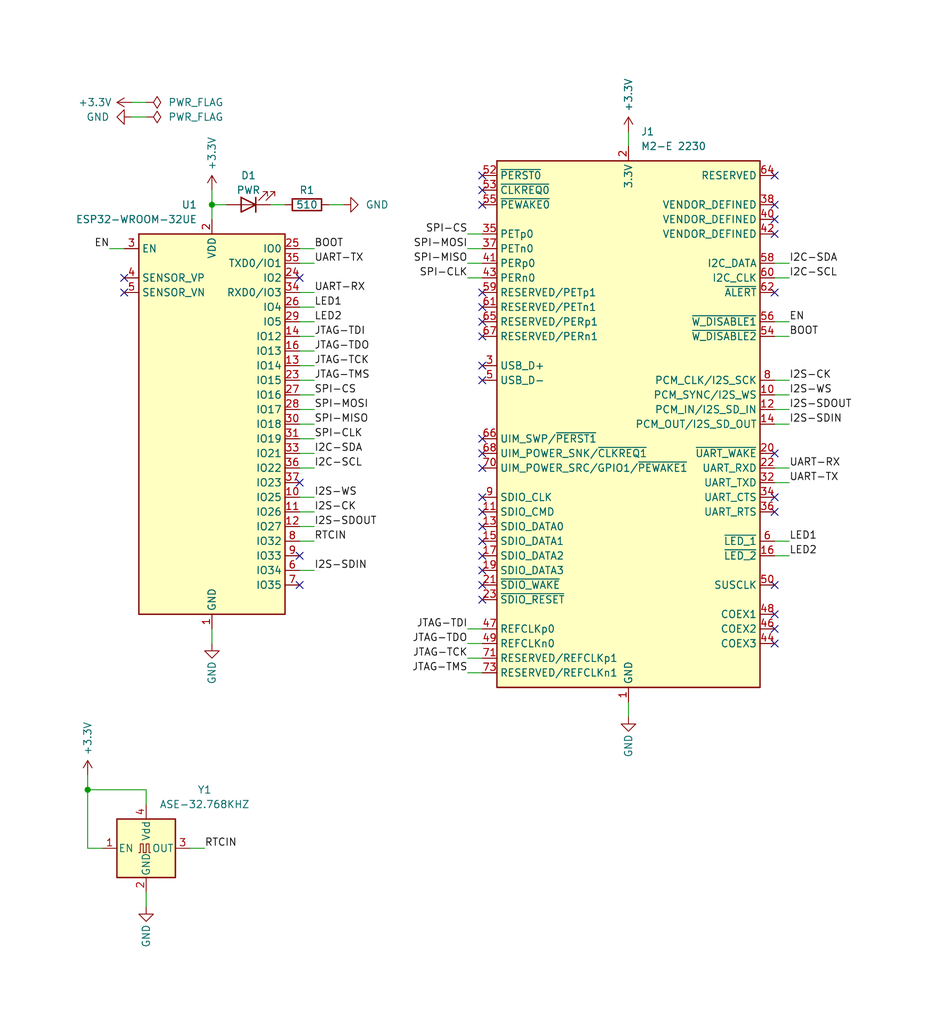
<source format=kicad_sch>
(kicad_sch
	(version 20250114)
	(generator "eeschema")
	(generator_version "9.0")
	(uuid "3e3c173f-aeec-4539-a196-d7ac4738de5e")
	(paper "User" 165.1 177.8)
	(lib_symbols
		(symbol "Connector:Bus_M.2_Socket_E"
			(exclude_from_sim no)
			(in_bom yes)
			(on_board yes)
			(property "Reference" "J"
				(at -22.86 46.99 0)
				(effects
					(font
						(size 1.27 1.27)
					)
					(justify left)
				)
			)
			(property "Value" "Bus_M.2_Socket_E"
				(at 16.51 46.99 0)
				(effects
					(font
						(size 1.27 1.27)
					)
				)
			)
			(property "Footprint" ""
				(at 0 26.67 0)
				(effects
					(font
						(size 1.27 1.27)
					)
					(hide yes)
				)
			)
			(property "Datasheet" "https://web.archive.org/web/20200613074028/http://read.pudn.com/downloads794/doc/project/3133918/PCIe_M.2_Electromechanical_Spec_Rev1.0_Final_11012013_RS_Clean.pdf#page=150"
				(at 0 12.7 0)
				(effects
					(font
						(size 1.27 1.27)
					)
					(hide yes)
				)
			)
			(property "Description" "M.2 Socket 1-SD Mechanical Key E"
				(at 0 0 0)
				(effects
					(font
						(size 1.27 1.27)
					)
					(hide yes)
				)
			)
			(property "ki_keywords" "M2 NGNF PCI-E"
				(at 0 0 0)
				(effects
					(font
						(size 1.27 1.27)
					)
					(hide yes)
				)
			)
			(property "ki_fp_filters" "*M*2*E*"
				(at 0 0 0)
				(effects
					(font
						(size 1.27 1.27)
					)
					(hide yes)
				)
			)
			(symbol "Bus_M.2_Socket_E_0_1"
				(rectangle
					(start -22.86 45.72)
					(end 22.86 -45.72)
					(stroke
						(width 0.254)
						(type default)
					)
					(fill
						(type background)
					)
				)
			)
			(symbol "Bus_M.2_Socket_E_1_1"
				(pin output line
					(at -25.4 43.18 0)
					(length 2.54)
					(name "~{PERST0}"
						(effects
							(font
								(size 1.27 1.27)
							)
						)
					)
					(number "52"
						(effects
							(font
								(size 1.27 1.27)
							)
						)
					)
				)
				(pin bidirectional line
					(at -25.4 40.64 0)
					(length 2.54)
					(name "~{CLKREQ0}"
						(effects
							(font
								(size 1.27 1.27)
							)
						)
					)
					(number "53"
						(effects
							(font
								(size 1.27 1.27)
							)
						)
					)
				)
				(pin bidirectional line
					(at -25.4 38.1 0)
					(length 2.54)
					(name "~{PEWAKE0}"
						(effects
							(font
								(size 1.27 1.27)
							)
						)
					)
					(number "55"
						(effects
							(font
								(size 1.27 1.27)
							)
						)
					)
				)
				(pin output line
					(at -25.4 33.02 0)
					(length 2.54)
					(name "PETp0"
						(effects
							(font
								(size 1.27 1.27)
							)
						)
					)
					(number "35"
						(effects
							(font
								(size 1.27 1.27)
							)
						)
					)
				)
				(pin output line
					(at -25.4 30.48 0)
					(length 2.54)
					(name "PETn0"
						(effects
							(font
								(size 1.27 1.27)
							)
						)
					)
					(number "37"
						(effects
							(font
								(size 1.27 1.27)
							)
						)
					)
				)
				(pin input line
					(at -25.4 27.94 0)
					(length 2.54)
					(name "PERp0"
						(effects
							(font
								(size 1.27 1.27)
							)
						)
					)
					(number "41"
						(effects
							(font
								(size 1.27 1.27)
							)
						)
					)
				)
				(pin input line
					(at -25.4 25.4 0)
					(length 2.54)
					(name "PERn0"
						(effects
							(font
								(size 1.27 1.27)
							)
						)
					)
					(number "43"
						(effects
							(font
								(size 1.27 1.27)
							)
						)
					)
				)
				(pin output line
					(at -25.4 22.86 0)
					(length 2.54)
					(name "RESERVED/PETp1"
						(effects
							(font
								(size 1.27 1.27)
							)
						)
					)
					(number "59"
						(effects
							(font
								(size 1.27 1.27)
							)
						)
					)
				)
				(pin output line
					(at -25.4 20.32 0)
					(length 2.54)
					(name "RESERVED/PETn1"
						(effects
							(font
								(size 1.27 1.27)
							)
						)
					)
					(number "61"
						(effects
							(font
								(size 1.27 1.27)
							)
						)
					)
				)
				(pin input line
					(at -25.4 17.78 0)
					(length 2.54)
					(name "RESERVED/PERp1"
						(effects
							(font
								(size 1.27 1.27)
							)
						)
					)
					(number "65"
						(effects
							(font
								(size 1.27 1.27)
							)
						)
					)
				)
				(pin input line
					(at -25.4 15.24 0)
					(length 2.54)
					(name "RESERVED/PERn1"
						(effects
							(font
								(size 1.27 1.27)
							)
						)
					)
					(number "67"
						(effects
							(font
								(size 1.27 1.27)
							)
						)
					)
				)
				(pin bidirectional line
					(at -25.4 10.16 0)
					(length 2.54)
					(name "USB_D+"
						(effects
							(font
								(size 1.27 1.27)
							)
						)
					)
					(number "3"
						(effects
							(font
								(size 1.27 1.27)
							)
						)
					)
				)
				(pin bidirectional line
					(at -25.4 7.62 0)
					(length 2.54)
					(name "USB_D-"
						(effects
							(font
								(size 1.27 1.27)
							)
						)
					)
					(number "5"
						(effects
							(font
								(size 1.27 1.27)
							)
						)
					)
				)
				(pin output line
					(at -25.4 -2.54 0)
					(length 2.54)
					(name "UIM_SWP/~{PERST1}"
						(effects
							(font
								(size 1.27 1.27)
							)
						)
					)
					(number "66"
						(effects
							(font
								(size 1.27 1.27)
							)
						)
					)
				)
				(pin bidirectional line
					(at -25.4 -5.08 0)
					(length 2.54)
					(name "UIM_POWER_SNK/~{CLKREQ1}"
						(effects
							(font
								(size 1.27 1.27)
							)
						)
					)
					(number "68"
						(effects
							(font
								(size 1.27 1.27)
							)
						)
					)
				)
				(pin bidirectional line
					(at -25.4 -7.62 0)
					(length 2.54)
					(name "UIM_POWER_SRC/GPIO1/~{PEWAKE1}"
						(effects
							(font
								(size 1.27 1.27)
							)
						)
					)
					(number "70"
						(effects
							(font
								(size 1.27 1.27)
							)
						)
					)
				)
				(pin output line
					(at -25.4 -12.7 0)
					(length 2.54)
					(name "SDIO_CLK"
						(effects
							(font
								(size 1.27 1.27)
							)
						)
					)
					(number "9"
						(effects
							(font
								(size 1.27 1.27)
							)
						)
					)
				)
				(pin bidirectional line
					(at -25.4 -15.24 0)
					(length 2.54)
					(name "SDIO_CMD"
						(effects
							(font
								(size 1.27 1.27)
							)
						)
					)
					(number "11"
						(effects
							(font
								(size 1.27 1.27)
							)
						)
					)
				)
				(pin bidirectional line
					(at -25.4 -17.78 0)
					(length 2.54)
					(name "SDIO_DATA0"
						(effects
							(font
								(size 1.27 1.27)
							)
						)
					)
					(number "13"
						(effects
							(font
								(size 1.27 1.27)
							)
						)
					)
				)
				(pin bidirectional line
					(at -25.4 -20.32 0)
					(length 2.54)
					(name "SDIO_DATA1"
						(effects
							(font
								(size 1.27 1.27)
							)
						)
					)
					(number "15"
						(effects
							(font
								(size 1.27 1.27)
							)
						)
					)
				)
				(pin bidirectional line
					(at -25.4 -22.86 0)
					(length 2.54)
					(name "SDIO_DATA2"
						(effects
							(font
								(size 1.27 1.27)
							)
						)
					)
					(number "17"
						(effects
							(font
								(size 1.27 1.27)
							)
						)
					)
				)
				(pin bidirectional line
					(at -25.4 -25.4 0)
					(length 2.54)
					(name "SDIO_DATA3"
						(effects
							(font
								(size 1.27 1.27)
							)
						)
					)
					(number "19"
						(effects
							(font
								(size 1.27 1.27)
							)
						)
					)
				)
				(pin input line
					(at -25.4 -27.94 0)
					(length 2.54)
					(name "~{SDIO_WAKE}"
						(effects
							(font
								(size 1.27 1.27)
							)
						)
					)
					(number "21"
						(effects
							(font
								(size 1.27 1.27)
							)
						)
					)
				)
				(pin output line
					(at -25.4 -30.48 0)
					(length 2.54)
					(name "~{SDIO_RESET}"
						(effects
							(font
								(size 1.27 1.27)
							)
						)
					)
					(number "23"
						(effects
							(font
								(size 1.27 1.27)
							)
						)
					)
				)
				(pin output line
					(at -25.4 -35.56 0)
					(length 2.54)
					(name "REFCLKp0"
						(effects
							(font
								(size 1.27 1.27)
							)
						)
					)
					(number "47"
						(effects
							(font
								(size 1.27 1.27)
							)
						)
					)
				)
				(pin output line
					(at -25.4 -38.1 0)
					(length 2.54)
					(name "REFCLKn0"
						(effects
							(font
								(size 1.27 1.27)
							)
						)
					)
					(number "49"
						(effects
							(font
								(size 1.27 1.27)
							)
						)
					)
				)
				(pin output line
					(at -25.4 -40.64 0)
					(length 2.54)
					(name "RESERVED/REFCLKp1"
						(effects
							(font
								(size 1.27 1.27)
							)
						)
					)
					(number "71"
						(effects
							(font
								(size 1.27 1.27)
							)
						)
					)
				)
				(pin output line
					(at -25.4 -43.18 0)
					(length 2.54)
					(name "RESERVED/REFCLKn1"
						(effects
							(font
								(size 1.27 1.27)
							)
						)
					)
					(number "73"
						(effects
							(font
								(size 1.27 1.27)
							)
						)
					)
				)
				(pin power_in line
					(at 0 48.26 270)
					(length 2.54)
					(name "3.3V"
						(effects
							(font
								(size 1.27 1.27)
							)
						)
					)
					(number "2"
						(effects
							(font
								(size 1.27 1.27)
							)
						)
					)
				)
				(pin passive line
					(at 0 48.26 270)
					(length 2.54)
					(hide yes)
					(name "3.3V"
						(effects
							(font
								(size 1.27 1.27)
							)
						)
					)
					(number "4"
						(effects
							(font
								(size 1.27 1.27)
							)
						)
					)
				)
				(pin passive line
					(at 0 48.26 270)
					(length 2.54)
					(hide yes)
					(name "3.3V"
						(effects
							(font
								(size 1.27 1.27)
							)
						)
					)
					(number "72"
						(effects
							(font
								(size 1.27 1.27)
							)
						)
					)
				)
				(pin passive line
					(at 0 48.26 270)
					(length 2.54)
					(hide yes)
					(name "3.3V"
						(effects
							(font
								(size 1.27 1.27)
							)
						)
					)
					(number "74"
						(effects
							(font
								(size 1.27 1.27)
							)
						)
					)
				)
				(pin power_in line
					(at 0 -48.26 90)
					(length 2.54)
					(name "GND"
						(effects
							(font
								(size 1.27 1.27)
							)
						)
					)
					(number "1"
						(effects
							(font
								(size 1.27 1.27)
							)
						)
					)
				)
				(pin passive line
					(at 0 -48.26 90)
					(length 2.54)
					(hide yes)
					(name "GND"
						(effects
							(font
								(size 1.27 1.27)
							)
						)
					)
					(number "18"
						(effects
							(font
								(size 1.27 1.27)
							)
						)
					)
				)
				(pin passive line
					(at 0 -48.26 90)
					(length 2.54)
					(hide yes)
					(name "GND"
						(effects
							(font
								(size 1.27 1.27)
							)
						)
					)
					(number "33"
						(effects
							(font
								(size 1.27 1.27)
							)
						)
					)
				)
				(pin passive line
					(at 0 -48.26 90)
					(length 2.54)
					(hide yes)
					(name "GND"
						(effects
							(font
								(size 1.27 1.27)
							)
						)
					)
					(number "39"
						(effects
							(font
								(size 1.27 1.27)
							)
						)
					)
				)
				(pin passive line
					(at 0 -48.26 90)
					(length 2.54)
					(hide yes)
					(name "GND"
						(effects
							(font
								(size 1.27 1.27)
							)
						)
					)
					(number "45"
						(effects
							(font
								(size 1.27 1.27)
							)
						)
					)
				)
				(pin passive line
					(at 0 -48.26 90)
					(length 2.54)
					(hide yes)
					(name "GND"
						(effects
							(font
								(size 1.27 1.27)
							)
						)
					)
					(number "51"
						(effects
							(font
								(size 1.27 1.27)
							)
						)
					)
				)
				(pin passive line
					(at 0 -48.26 90)
					(length 2.54)
					(hide yes)
					(name "GND"
						(effects
							(font
								(size 1.27 1.27)
							)
						)
					)
					(number "57"
						(effects
							(font
								(size 1.27 1.27)
							)
						)
					)
				)
				(pin passive line
					(at 0 -48.26 90)
					(length 2.54)
					(hide yes)
					(name "GND"
						(effects
							(font
								(size 1.27 1.27)
							)
						)
					)
					(number "63"
						(effects
							(font
								(size 1.27 1.27)
							)
						)
					)
				)
				(pin passive line
					(at 0 -48.26 90)
					(length 2.54)
					(hide yes)
					(name "GND"
						(effects
							(font
								(size 1.27 1.27)
							)
						)
					)
					(number "69"
						(effects
							(font
								(size 1.27 1.27)
							)
						)
					)
				)
				(pin passive line
					(at 0 -48.26 90)
					(length 2.54)
					(hide yes)
					(name "GND"
						(effects
							(font
								(size 1.27 1.27)
							)
						)
					)
					(number "7"
						(effects
							(font
								(size 1.27 1.27)
							)
						)
					)
				)
				(pin passive line
					(at 0 -48.26 90)
					(length 2.54)
					(hide yes)
					(name "GND"
						(effects
							(font
								(size 1.27 1.27)
							)
						)
					)
					(number "75"
						(effects
							(font
								(size 1.27 1.27)
							)
						)
					)
				)
				(pin passive line
					(at 25.4 43.18 180)
					(length 2.54)
					(name "RESERVED"
						(effects
							(font
								(size 1.27 1.27)
							)
						)
					)
					(number "64"
						(effects
							(font
								(size 1.27 1.27)
							)
						)
					)
				)
				(pin passive line
					(at 25.4 38.1 180)
					(length 2.54)
					(name "VENDOR_DEFINED"
						(effects
							(font
								(size 1.27 1.27)
							)
						)
					)
					(number "38"
						(effects
							(font
								(size 1.27 1.27)
							)
						)
					)
				)
				(pin passive line
					(at 25.4 35.56 180)
					(length 2.54)
					(name "VENDOR_DEFINED"
						(effects
							(font
								(size 1.27 1.27)
							)
						)
					)
					(number "40"
						(effects
							(font
								(size 1.27 1.27)
							)
						)
					)
				)
				(pin passive line
					(at 25.4 33.02 180)
					(length 2.54)
					(name "VENDOR_DEFINED"
						(effects
							(font
								(size 1.27 1.27)
							)
						)
					)
					(number "42"
						(effects
							(font
								(size 1.27 1.27)
							)
						)
					)
				)
				(pin bidirectional line
					(at 25.4 27.94 180)
					(length 2.54)
					(name "I2C_DATA"
						(effects
							(font
								(size 1.27 1.27)
							)
						)
					)
					(number "58"
						(effects
							(font
								(size 1.27 1.27)
							)
						)
					)
				)
				(pin output line
					(at 25.4 25.4 180)
					(length 2.54)
					(name "I2C_CLK"
						(effects
							(font
								(size 1.27 1.27)
							)
						)
					)
					(number "60"
						(effects
							(font
								(size 1.27 1.27)
							)
						)
					)
				)
				(pin input line
					(at 25.4 22.86 180)
					(length 2.54)
					(name "~{ALERT}"
						(effects
							(font
								(size 1.27 1.27)
							)
						)
					)
					(number "62"
						(effects
							(font
								(size 1.27 1.27)
							)
						)
					)
				)
				(pin output line
					(at 25.4 17.78 180)
					(length 2.54)
					(name "~{W_DISABLE1}"
						(effects
							(font
								(size 1.27 1.27)
							)
						)
					)
					(number "56"
						(effects
							(font
								(size 1.27 1.27)
							)
						)
					)
				)
				(pin output line
					(at 25.4 15.24 180)
					(length 2.54)
					(name "~{W_DISABLE2}"
						(effects
							(font
								(size 1.27 1.27)
							)
						)
					)
					(number "54"
						(effects
							(font
								(size 1.27 1.27)
							)
						)
					)
				)
				(pin bidirectional line
					(at 25.4 7.62 180)
					(length 2.54)
					(name "PCM_CLK/I2S_SCK"
						(effects
							(font
								(size 1.27 1.27)
							)
						)
					)
					(number "8"
						(effects
							(font
								(size 1.27 1.27)
							)
						)
					)
				)
				(pin bidirectional line
					(at 25.4 5.08 180)
					(length 2.54)
					(name "PCM_SYNC/I2S_WS"
						(effects
							(font
								(size 1.27 1.27)
							)
						)
					)
					(number "10"
						(effects
							(font
								(size 1.27 1.27)
							)
						)
					)
				)
				(pin input line
					(at 25.4 2.54 180)
					(length 2.54)
					(name "PCM_IN/I2S_SD_IN"
						(effects
							(font
								(size 1.27 1.27)
							)
						)
					)
					(number "12"
						(effects
							(font
								(size 1.27 1.27)
							)
						)
					)
				)
				(pin output line
					(at 25.4 0 180)
					(length 2.54)
					(name "PCM_OUT/I2S_SD_OUT"
						(effects
							(font
								(size 1.27 1.27)
							)
						)
					)
					(number "14"
						(effects
							(font
								(size 1.27 1.27)
							)
						)
					)
				)
				(pin input line
					(at 25.4 -5.08 180)
					(length 2.54)
					(name "~{UART_WAKE}"
						(effects
							(font
								(size 1.27 1.27)
							)
						)
					)
					(number "20"
						(effects
							(font
								(size 1.27 1.27)
							)
						)
					)
				)
				(pin input line
					(at 25.4 -7.62 180)
					(length 2.54)
					(name "UART_RXD"
						(effects
							(font
								(size 1.27 1.27)
							)
						)
					)
					(number "22"
						(effects
							(font
								(size 1.27 1.27)
							)
						)
					)
				)
				(pin output line
					(at 25.4 -10.16 180)
					(length 2.54)
					(name "UART_TXD"
						(effects
							(font
								(size 1.27 1.27)
							)
						)
					)
					(number "32"
						(effects
							(font
								(size 1.27 1.27)
							)
						)
					)
				)
				(pin input line
					(at 25.4 -12.7 180)
					(length 2.54)
					(name "UART_CTS"
						(effects
							(font
								(size 1.27 1.27)
							)
						)
					)
					(number "34"
						(effects
							(font
								(size 1.27 1.27)
							)
						)
					)
				)
				(pin output line
					(at 25.4 -15.24 180)
					(length 2.54)
					(name "UART_RTS"
						(effects
							(font
								(size 1.27 1.27)
							)
						)
					)
					(number "36"
						(effects
							(font
								(size 1.27 1.27)
							)
						)
					)
				)
				(pin open_collector line
					(at 25.4 -20.32 180)
					(length 2.54)
					(name "~{LED_1}"
						(effects
							(font
								(size 1.27 1.27)
							)
						)
					)
					(number "6"
						(effects
							(font
								(size 1.27 1.27)
							)
						)
					)
				)
				(pin open_collector line
					(at 25.4 -22.86 180)
					(length 2.54)
					(name "~{LED_2}"
						(effects
							(font
								(size 1.27 1.27)
							)
						)
					)
					(number "16"
						(effects
							(font
								(size 1.27 1.27)
							)
						)
					)
				)
				(pin output line
					(at 25.4 -27.94 180)
					(length 2.54)
					(name "SUSCLK"
						(effects
							(font
								(size 1.27 1.27)
							)
						)
					)
					(number "50"
						(effects
							(font
								(size 1.27 1.27)
							)
						)
					)
				)
				(pin bidirectional line
					(at 25.4 -33.02 180)
					(length 2.54)
					(name "COEX1"
						(effects
							(font
								(size 1.27 1.27)
							)
						)
					)
					(number "48"
						(effects
							(font
								(size 1.27 1.27)
							)
						)
					)
				)
				(pin bidirectional line
					(at 25.4 -35.56 180)
					(length 2.54)
					(name "COEX2"
						(effects
							(font
								(size 1.27 1.27)
							)
						)
					)
					(number "46"
						(effects
							(font
								(size 1.27 1.27)
							)
						)
					)
				)
				(pin bidirectional line
					(at 25.4 -38.1 180)
					(length 2.54)
					(name "COEX3"
						(effects
							(font
								(size 1.27 1.27)
							)
						)
					)
					(number "44"
						(effects
							(font
								(size 1.27 1.27)
							)
						)
					)
				)
			)
			(embedded_fonts no)
		)
		(symbol "Device:LED"
			(pin_numbers
				(hide yes)
			)
			(pin_names
				(offset 1.016)
				(hide yes)
			)
			(exclude_from_sim no)
			(in_bom yes)
			(on_board yes)
			(property "Reference" "D"
				(at 0 2.54 0)
				(effects
					(font
						(size 1.27 1.27)
					)
				)
			)
			(property "Value" "LED"
				(at 0 -2.54 0)
				(effects
					(font
						(size 1.27 1.27)
					)
				)
			)
			(property "Footprint" ""
				(at 0 0 0)
				(effects
					(font
						(size 1.27 1.27)
					)
					(hide yes)
				)
			)
			(property "Datasheet" "~"
				(at 0 0 0)
				(effects
					(font
						(size 1.27 1.27)
					)
					(hide yes)
				)
			)
			(property "Description" "Light emitting diode"
				(at 0 0 0)
				(effects
					(font
						(size 1.27 1.27)
					)
					(hide yes)
				)
			)
			(property "Sim.Pins" "1=K 2=A"
				(at 0 0 0)
				(effects
					(font
						(size 1.27 1.27)
					)
					(hide yes)
				)
			)
			(property "ki_keywords" "LED diode"
				(at 0 0 0)
				(effects
					(font
						(size 1.27 1.27)
					)
					(hide yes)
				)
			)
			(property "ki_fp_filters" "LED* LED_SMD:* LED_THT:*"
				(at 0 0 0)
				(effects
					(font
						(size 1.27 1.27)
					)
					(hide yes)
				)
			)
			(symbol "LED_0_1"
				(polyline
					(pts
						(xy -3.048 -0.762) (xy -4.572 -2.286) (xy -3.81 -2.286) (xy -4.572 -2.286) (xy -4.572 -1.524)
					)
					(stroke
						(width 0)
						(type default)
					)
					(fill
						(type none)
					)
				)
				(polyline
					(pts
						(xy -1.778 -0.762) (xy -3.302 -2.286) (xy -2.54 -2.286) (xy -3.302 -2.286) (xy -3.302 -1.524)
					)
					(stroke
						(width 0)
						(type default)
					)
					(fill
						(type none)
					)
				)
				(polyline
					(pts
						(xy -1.27 0) (xy 1.27 0)
					)
					(stroke
						(width 0)
						(type default)
					)
					(fill
						(type none)
					)
				)
				(polyline
					(pts
						(xy -1.27 -1.27) (xy -1.27 1.27)
					)
					(stroke
						(width 0.254)
						(type default)
					)
					(fill
						(type none)
					)
				)
				(polyline
					(pts
						(xy 1.27 -1.27) (xy 1.27 1.27) (xy -1.27 0) (xy 1.27 -1.27)
					)
					(stroke
						(width 0.254)
						(type default)
					)
					(fill
						(type none)
					)
				)
			)
			(symbol "LED_1_1"
				(pin passive line
					(at -3.81 0 0)
					(length 2.54)
					(name "K"
						(effects
							(font
								(size 1.27 1.27)
							)
						)
					)
					(number "1"
						(effects
							(font
								(size 1.27 1.27)
							)
						)
					)
				)
				(pin passive line
					(at 3.81 0 180)
					(length 2.54)
					(name "A"
						(effects
							(font
								(size 1.27 1.27)
							)
						)
					)
					(number "2"
						(effects
							(font
								(size 1.27 1.27)
							)
						)
					)
				)
			)
			(embedded_fonts no)
		)
		(symbol "Device:R"
			(pin_numbers
				(hide yes)
			)
			(pin_names
				(offset 0)
			)
			(exclude_from_sim no)
			(in_bom yes)
			(on_board yes)
			(property "Reference" "R"
				(at 2.032 0 90)
				(effects
					(font
						(size 1.27 1.27)
					)
				)
			)
			(property "Value" "R"
				(at 0 0 90)
				(effects
					(font
						(size 1.27 1.27)
					)
				)
			)
			(property "Footprint" ""
				(at -1.778 0 90)
				(effects
					(font
						(size 1.27 1.27)
					)
					(hide yes)
				)
			)
			(property "Datasheet" "~"
				(at 0 0 0)
				(effects
					(font
						(size 1.27 1.27)
					)
					(hide yes)
				)
			)
			(property "Description" "Resistor"
				(at 0 0 0)
				(effects
					(font
						(size 1.27 1.27)
					)
					(hide yes)
				)
			)
			(property "ki_keywords" "R res resistor"
				(at 0 0 0)
				(effects
					(font
						(size 1.27 1.27)
					)
					(hide yes)
				)
			)
			(property "ki_fp_filters" "R_*"
				(at 0 0 0)
				(effects
					(font
						(size 1.27 1.27)
					)
					(hide yes)
				)
			)
			(symbol "R_0_1"
				(rectangle
					(start -1.016 -2.54)
					(end 1.016 2.54)
					(stroke
						(width 0.254)
						(type default)
					)
					(fill
						(type none)
					)
				)
			)
			(symbol "R_1_1"
				(pin passive line
					(at 0 3.81 270)
					(length 1.27)
					(name "~"
						(effects
							(font
								(size 1.27 1.27)
							)
						)
					)
					(number "1"
						(effects
							(font
								(size 1.27 1.27)
							)
						)
					)
				)
				(pin passive line
					(at 0 -3.81 90)
					(length 1.27)
					(name "~"
						(effects
							(font
								(size 1.27 1.27)
							)
						)
					)
					(number "2"
						(effects
							(font
								(size 1.27 1.27)
							)
						)
					)
				)
			)
			(embedded_fonts no)
		)
		(symbol "Oscillator:ASE-xxxMHz"
			(pin_names
				(offset 0.254)
			)
			(exclude_from_sim no)
			(in_bom yes)
			(on_board yes)
			(property "Reference" "Y"
				(at -5.08 6.35 0)
				(effects
					(font
						(size 1.27 1.27)
					)
					(justify left)
				)
			)
			(property "Value" "ASE-xxxMHz"
				(at 1.27 -6.35 0)
				(effects
					(font
						(size 1.27 1.27)
					)
					(justify left)
				)
			)
			(property "Footprint" "Oscillator:Oscillator_SMD_Abracon_ASE-4Pin_3.2x2.5mm"
				(at 17.78 -8.89 0)
				(effects
					(font
						(size 1.27 1.27)
					)
					(hide yes)
				)
			)
			(property "Datasheet" "http://www.abracon.com/Oscillators/ASV.pdf"
				(at -2.54 0 0)
				(effects
					(font
						(size 1.27 1.27)
					)
					(hide yes)
				)
			)
			(property "Description" "3.3V CMOS SMD Crystal Clock Oscillator, Abracon"
				(at 0 0 0)
				(effects
					(font
						(size 1.27 1.27)
					)
					(hide yes)
				)
			)
			(property "ki_keywords" "3.3V CMOS SMD Crystal Clock Oscillator"
				(at 0 0 0)
				(effects
					(font
						(size 1.27 1.27)
					)
					(hide yes)
				)
			)
			(property "ki_fp_filters" "Oscillator*SMD*Abracon*ASE*3.2x2.5mm*"
				(at 0 0 0)
				(effects
					(font
						(size 1.27 1.27)
					)
					(hide yes)
				)
			)
			(symbol "ASE-xxxMHz_0_1"
				(rectangle
					(start -5.08 5.08)
					(end 5.08 -5.08)
					(stroke
						(width 0.254)
						(type default)
					)
					(fill
						(type background)
					)
				)
				(polyline
					(pts
						(xy -1.27 -0.762) (xy -1.016 -0.762) (xy -1.016 0.762) (xy -0.508 0.762) (xy -0.508 -0.762) (xy 0 -0.762)
						(xy 0 0.762) (xy 0.508 0.762) (xy 0.508 -0.762) (xy 0.762 -0.762)
					)
					(stroke
						(width 0)
						(type default)
					)
					(fill
						(type none)
					)
				)
			)
			(symbol "ASE-xxxMHz_1_1"
				(pin input line
					(at -7.62 0 0)
					(length 2.54)
					(name "EN"
						(effects
							(font
								(size 1.27 1.27)
							)
						)
					)
					(number "1"
						(effects
							(font
								(size 1.27 1.27)
							)
						)
					)
				)
				(pin power_in line
					(at 0 7.62 270)
					(length 2.54)
					(name "Vdd"
						(effects
							(font
								(size 1.27 1.27)
							)
						)
					)
					(number "4"
						(effects
							(font
								(size 1.27 1.27)
							)
						)
					)
				)
				(pin power_in line
					(at 0 -7.62 90)
					(length 2.54)
					(name "GND"
						(effects
							(font
								(size 1.27 1.27)
							)
						)
					)
					(number "2"
						(effects
							(font
								(size 1.27 1.27)
							)
						)
					)
				)
				(pin output line
					(at 7.62 0 180)
					(length 2.54)
					(name "OUT"
						(effects
							(font
								(size 1.27 1.27)
							)
						)
					)
					(number "3"
						(effects
							(font
								(size 1.27 1.27)
							)
						)
					)
				)
			)
			(embedded_fonts no)
		)
		(symbol "RF_Module:ESP32-WROOM-32UE"
			(exclude_from_sim no)
			(in_bom yes)
			(on_board yes)
			(property "Reference" "U"
				(at -12.7 34.29 0)
				(effects
					(font
						(size 1.27 1.27)
					)
					(justify left)
				)
			)
			(property "Value" "ESP32-WROOM-32UE"
				(at 1.27 34.29 0)
				(effects
					(font
						(size 1.27 1.27)
					)
					(justify left)
				)
			)
			(property "Footprint" "RF_Module:ESP32-WROOM-32UE"
				(at 16.51 -34.29 0)
				(effects
					(font
						(size 1.27 1.27)
					)
					(hide yes)
				)
			)
			(property "Datasheet" "https://www.espressif.com/sites/default/files/documentation/esp32-wroom-32e_esp32-wroom-32ue_datasheet_en.pdf"
				(at 0 0 0)
				(effects
					(font
						(size 1.27 1.27)
					)
					(hide yes)
				)
			)
			(property "Description" "RF Module, ESP32-D0WD-V3 SoC, without PSRAM, Wi-Fi 802.11b/g/n, Bluetooth, BLE, 32-bit, 2.7-3.6V, external antenna, SMD"
				(at 0 0 0)
				(effects
					(font
						(size 1.27 1.27)
					)
					(hide yes)
				)
			)
			(property "ki_keywords" "RF Radio BT ESP ESP32 Espressif external U.FL antenna"
				(at 0 0 0)
				(effects
					(font
						(size 1.27 1.27)
					)
					(hide yes)
				)
			)
			(property "ki_fp_filters" "ESP32?WROOM?32UE*"
				(at 0 0 0)
				(effects
					(font
						(size 1.27 1.27)
					)
					(hide yes)
				)
			)
			(symbol "ESP32-WROOM-32UE_0_1"
				(rectangle
					(start -12.7 33.02)
					(end 12.7 -33.02)
					(stroke
						(width 0.254)
						(type default)
					)
					(fill
						(type background)
					)
				)
			)
			(symbol "ESP32-WROOM-32UE_1_1"
				(pin input line
					(at -15.24 30.48 0)
					(length 2.54)
					(name "EN"
						(effects
							(font
								(size 1.27 1.27)
							)
						)
					)
					(number "3"
						(effects
							(font
								(size 1.27 1.27)
							)
						)
					)
				)
				(pin input line
					(at -15.24 25.4 0)
					(length 2.54)
					(name "SENSOR_VP"
						(effects
							(font
								(size 1.27 1.27)
							)
						)
					)
					(number "4"
						(effects
							(font
								(size 1.27 1.27)
							)
						)
					)
				)
				(pin input line
					(at -15.24 22.86 0)
					(length 2.54)
					(name "SENSOR_VN"
						(effects
							(font
								(size 1.27 1.27)
							)
						)
					)
					(number "5"
						(effects
							(font
								(size 1.27 1.27)
							)
						)
					)
				)
				(pin no_connect line
					(at -12.7 0 0)
					(length 2.54)
					(hide yes)
					(name "NC"
						(effects
							(font
								(size 1.27 1.27)
							)
						)
					)
					(number "21"
						(effects
							(font
								(size 1.27 1.27)
							)
						)
					)
				)
				(pin no_connect line
					(at -12.7 -2.54 0)
					(length 2.54)
					(hide yes)
					(name "NC"
						(effects
							(font
								(size 1.27 1.27)
							)
						)
					)
					(number "22"
						(effects
							(font
								(size 1.27 1.27)
							)
						)
					)
				)
				(pin no_connect line
					(at -12.7 -5.08 0)
					(length 2.54)
					(hide yes)
					(name "NC"
						(effects
							(font
								(size 1.27 1.27)
							)
						)
					)
					(number "17"
						(effects
							(font
								(size 1.27 1.27)
							)
						)
					)
				)
				(pin no_connect line
					(at -12.7 -7.62 0)
					(length 2.54)
					(hide yes)
					(name "NC"
						(effects
							(font
								(size 1.27 1.27)
							)
						)
					)
					(number "18"
						(effects
							(font
								(size 1.27 1.27)
							)
						)
					)
				)
				(pin no_connect line
					(at -12.7 -10.16 0)
					(length 2.54)
					(hide yes)
					(name "NC"
						(effects
							(font
								(size 1.27 1.27)
							)
						)
					)
					(number "20"
						(effects
							(font
								(size 1.27 1.27)
							)
						)
					)
				)
				(pin no_connect line
					(at -12.7 -12.7 0)
					(length 2.54)
					(hide yes)
					(name "NC"
						(effects
							(font
								(size 1.27 1.27)
							)
						)
					)
					(number "19"
						(effects
							(font
								(size 1.27 1.27)
							)
						)
					)
				)
				(pin no_connect line
					(at -12.7 -27.94 0)
					(length 2.54)
					(hide yes)
					(name "NC"
						(effects
							(font
								(size 1.27 1.27)
							)
						)
					)
					(number "32"
						(effects
							(font
								(size 1.27 1.27)
							)
						)
					)
				)
				(pin power_in line
					(at 0 35.56 270)
					(length 2.54)
					(name "VDD"
						(effects
							(font
								(size 1.27 1.27)
							)
						)
					)
					(number "2"
						(effects
							(font
								(size 1.27 1.27)
							)
						)
					)
				)
				(pin power_in line
					(at 0 -35.56 90)
					(length 2.54)
					(name "GND"
						(effects
							(font
								(size 1.27 1.27)
							)
						)
					)
					(number "1"
						(effects
							(font
								(size 1.27 1.27)
							)
						)
					)
				)
				(pin passive line
					(at 0 -35.56 90)
					(length 2.54)
					(hide yes)
					(name "GND"
						(effects
							(font
								(size 1.27 1.27)
							)
						)
					)
					(number "15"
						(effects
							(font
								(size 1.27 1.27)
							)
						)
					)
				)
				(pin passive line
					(at 0 -35.56 90)
					(length 2.54)
					(hide yes)
					(name "GND"
						(effects
							(font
								(size 1.27 1.27)
							)
						)
					)
					(number "38"
						(effects
							(font
								(size 1.27 1.27)
							)
						)
					)
				)
				(pin passive line
					(at 0 -35.56 90)
					(length 2.54)
					(hide yes)
					(name "GND"
						(effects
							(font
								(size 1.27 1.27)
							)
						)
					)
					(number "39"
						(effects
							(font
								(size 1.27 1.27)
							)
						)
					)
				)
				(pin bidirectional line
					(at 15.24 30.48 180)
					(length 2.54)
					(name "IO0"
						(effects
							(font
								(size 1.27 1.27)
							)
						)
					)
					(number "25"
						(effects
							(font
								(size 1.27 1.27)
							)
						)
					)
				)
				(pin bidirectional line
					(at 15.24 27.94 180)
					(length 2.54)
					(name "TXD0/IO1"
						(effects
							(font
								(size 1.27 1.27)
							)
						)
					)
					(number "35"
						(effects
							(font
								(size 1.27 1.27)
							)
						)
					)
				)
				(pin bidirectional line
					(at 15.24 25.4 180)
					(length 2.54)
					(name "IO2"
						(effects
							(font
								(size 1.27 1.27)
							)
						)
					)
					(number "24"
						(effects
							(font
								(size 1.27 1.27)
							)
						)
					)
				)
				(pin bidirectional line
					(at 15.24 22.86 180)
					(length 2.54)
					(name "RXD0/IO3"
						(effects
							(font
								(size 1.27 1.27)
							)
						)
					)
					(number "34"
						(effects
							(font
								(size 1.27 1.27)
							)
						)
					)
				)
				(pin bidirectional line
					(at 15.24 20.32 180)
					(length 2.54)
					(name "IO4"
						(effects
							(font
								(size 1.27 1.27)
							)
						)
					)
					(number "26"
						(effects
							(font
								(size 1.27 1.27)
							)
						)
					)
				)
				(pin bidirectional line
					(at 15.24 17.78 180)
					(length 2.54)
					(name "IO5"
						(effects
							(font
								(size 1.27 1.27)
							)
						)
					)
					(number "29"
						(effects
							(font
								(size 1.27 1.27)
							)
						)
					)
				)
				(pin bidirectional line
					(at 15.24 15.24 180)
					(length 2.54)
					(name "IO12"
						(effects
							(font
								(size 1.27 1.27)
							)
						)
					)
					(number "14"
						(effects
							(font
								(size 1.27 1.27)
							)
						)
					)
				)
				(pin bidirectional line
					(at 15.24 12.7 180)
					(length 2.54)
					(name "IO13"
						(effects
							(font
								(size 1.27 1.27)
							)
						)
					)
					(number "16"
						(effects
							(font
								(size 1.27 1.27)
							)
						)
					)
				)
				(pin bidirectional line
					(at 15.24 10.16 180)
					(length 2.54)
					(name "IO14"
						(effects
							(font
								(size 1.27 1.27)
							)
						)
					)
					(number "13"
						(effects
							(font
								(size 1.27 1.27)
							)
						)
					)
				)
				(pin bidirectional line
					(at 15.24 7.62 180)
					(length 2.54)
					(name "IO15"
						(effects
							(font
								(size 1.27 1.27)
							)
						)
					)
					(number "23"
						(effects
							(font
								(size 1.27 1.27)
							)
						)
					)
				)
				(pin bidirectional line
					(at 15.24 5.08 180)
					(length 2.54)
					(name "IO16"
						(effects
							(font
								(size 1.27 1.27)
							)
						)
					)
					(number "27"
						(effects
							(font
								(size 1.27 1.27)
							)
						)
					)
				)
				(pin bidirectional line
					(at 15.24 2.54 180)
					(length 2.54)
					(name "IO17"
						(effects
							(font
								(size 1.27 1.27)
							)
						)
					)
					(number "28"
						(effects
							(font
								(size 1.27 1.27)
							)
						)
					)
				)
				(pin bidirectional line
					(at 15.24 0 180)
					(length 2.54)
					(name "IO18"
						(effects
							(font
								(size 1.27 1.27)
							)
						)
					)
					(number "30"
						(effects
							(font
								(size 1.27 1.27)
							)
						)
					)
				)
				(pin bidirectional line
					(at 15.24 -2.54 180)
					(length 2.54)
					(name "IO19"
						(effects
							(font
								(size 1.27 1.27)
							)
						)
					)
					(number "31"
						(effects
							(font
								(size 1.27 1.27)
							)
						)
					)
				)
				(pin bidirectional line
					(at 15.24 -5.08 180)
					(length 2.54)
					(name "IO21"
						(effects
							(font
								(size 1.27 1.27)
							)
						)
					)
					(number "33"
						(effects
							(font
								(size 1.27 1.27)
							)
						)
					)
				)
				(pin bidirectional line
					(at 15.24 -7.62 180)
					(length 2.54)
					(name "IO22"
						(effects
							(font
								(size 1.27 1.27)
							)
						)
					)
					(number "36"
						(effects
							(font
								(size 1.27 1.27)
							)
						)
					)
				)
				(pin bidirectional line
					(at 15.24 -10.16 180)
					(length 2.54)
					(name "IO23"
						(effects
							(font
								(size 1.27 1.27)
							)
						)
					)
					(number "37"
						(effects
							(font
								(size 1.27 1.27)
							)
						)
					)
				)
				(pin bidirectional line
					(at 15.24 -12.7 180)
					(length 2.54)
					(name "IO25"
						(effects
							(font
								(size 1.27 1.27)
							)
						)
					)
					(number "10"
						(effects
							(font
								(size 1.27 1.27)
							)
						)
					)
				)
				(pin bidirectional line
					(at 15.24 -15.24 180)
					(length 2.54)
					(name "IO26"
						(effects
							(font
								(size 1.27 1.27)
							)
						)
					)
					(number "11"
						(effects
							(font
								(size 1.27 1.27)
							)
						)
					)
				)
				(pin bidirectional line
					(at 15.24 -17.78 180)
					(length 2.54)
					(name "IO27"
						(effects
							(font
								(size 1.27 1.27)
							)
						)
					)
					(number "12"
						(effects
							(font
								(size 1.27 1.27)
							)
						)
					)
				)
				(pin bidirectional line
					(at 15.24 -20.32 180)
					(length 2.54)
					(name "IO32"
						(effects
							(font
								(size 1.27 1.27)
							)
						)
					)
					(number "8"
						(effects
							(font
								(size 1.27 1.27)
							)
						)
					)
				)
				(pin bidirectional line
					(at 15.24 -22.86 180)
					(length 2.54)
					(name "IO33"
						(effects
							(font
								(size 1.27 1.27)
							)
						)
					)
					(number "9"
						(effects
							(font
								(size 1.27 1.27)
							)
						)
					)
				)
				(pin input line
					(at 15.24 -25.4 180)
					(length 2.54)
					(name "IO34"
						(effects
							(font
								(size 1.27 1.27)
							)
						)
					)
					(number "6"
						(effects
							(font
								(size 1.27 1.27)
							)
						)
					)
				)
				(pin input line
					(at 15.24 -27.94 180)
					(length 2.54)
					(name "IO35"
						(effects
							(font
								(size 1.27 1.27)
							)
						)
					)
					(number "7"
						(effects
							(font
								(size 1.27 1.27)
							)
						)
					)
				)
			)
			(embedded_fonts no)
		)
		(symbol "power:+3.3V"
			(power)
			(pin_numbers
				(hide yes)
			)
			(pin_names
				(offset 0)
				(hide yes)
			)
			(exclude_from_sim no)
			(in_bom yes)
			(on_board yes)
			(property "Reference" "#PWR"
				(at 0 -3.81 0)
				(effects
					(font
						(size 1.27 1.27)
					)
					(hide yes)
				)
			)
			(property "Value" "+3.3V"
				(at 0 3.556 0)
				(effects
					(font
						(size 1.27 1.27)
					)
				)
			)
			(property "Footprint" ""
				(at 0 0 0)
				(effects
					(font
						(size 1.27 1.27)
					)
					(hide yes)
				)
			)
			(property "Datasheet" ""
				(at 0 0 0)
				(effects
					(font
						(size 1.27 1.27)
					)
					(hide yes)
				)
			)
			(property "Description" "Power symbol creates a global label with name \"+3.3V\""
				(at 0 0 0)
				(effects
					(font
						(size 1.27 1.27)
					)
					(hide yes)
				)
			)
			(property "ki_keywords" "global power"
				(at 0 0 0)
				(effects
					(font
						(size 1.27 1.27)
					)
					(hide yes)
				)
			)
			(symbol "+3.3V_0_1"
				(polyline
					(pts
						(xy -0.762 1.27) (xy 0 2.54)
					)
					(stroke
						(width 0)
						(type default)
					)
					(fill
						(type none)
					)
				)
				(polyline
					(pts
						(xy 0 2.54) (xy 0.762 1.27)
					)
					(stroke
						(width 0)
						(type default)
					)
					(fill
						(type none)
					)
				)
				(polyline
					(pts
						(xy 0 0) (xy 0 2.54)
					)
					(stroke
						(width 0)
						(type default)
					)
					(fill
						(type none)
					)
				)
			)
			(symbol "+3.3V_1_1"
				(pin power_in line
					(at 0 0 90)
					(length 0)
					(name "~"
						(effects
							(font
								(size 1.27 1.27)
							)
						)
					)
					(number "1"
						(effects
							(font
								(size 1.27 1.27)
							)
						)
					)
				)
			)
			(embedded_fonts no)
		)
		(symbol "power:GND"
			(power)
			(pin_numbers
				(hide yes)
			)
			(pin_names
				(offset 0)
				(hide yes)
			)
			(exclude_from_sim no)
			(in_bom yes)
			(on_board yes)
			(property "Reference" "#PWR"
				(at 0 -6.35 0)
				(effects
					(font
						(size 1.27 1.27)
					)
					(hide yes)
				)
			)
			(property "Value" "GND"
				(at 0 -3.81 0)
				(effects
					(font
						(size 1.27 1.27)
					)
				)
			)
			(property "Footprint" ""
				(at 0 0 0)
				(effects
					(font
						(size 1.27 1.27)
					)
					(hide yes)
				)
			)
			(property "Datasheet" ""
				(at 0 0 0)
				(effects
					(font
						(size 1.27 1.27)
					)
					(hide yes)
				)
			)
			(property "Description" "Power symbol creates a global label with name \"GND\" , ground"
				(at 0 0 0)
				(effects
					(font
						(size 1.27 1.27)
					)
					(hide yes)
				)
			)
			(property "ki_keywords" "global power"
				(at 0 0 0)
				(effects
					(font
						(size 1.27 1.27)
					)
					(hide yes)
				)
			)
			(symbol "GND_0_1"
				(polyline
					(pts
						(xy 0 0) (xy 0 -1.27) (xy 1.27 -1.27) (xy 0 -2.54) (xy -1.27 -1.27) (xy 0 -1.27)
					)
					(stroke
						(width 0)
						(type default)
					)
					(fill
						(type none)
					)
				)
			)
			(symbol "GND_1_1"
				(pin power_in line
					(at 0 0 270)
					(length 0)
					(name "~"
						(effects
							(font
								(size 1.27 1.27)
							)
						)
					)
					(number "1"
						(effects
							(font
								(size 1.27 1.27)
							)
						)
					)
				)
			)
			(embedded_fonts no)
		)
		(symbol "power:PWR_FLAG"
			(power)
			(pin_numbers
				(hide yes)
			)
			(pin_names
				(offset 0)
				(hide yes)
			)
			(exclude_from_sim no)
			(in_bom yes)
			(on_board yes)
			(property "Reference" "#FLG"
				(at 0 1.905 0)
				(effects
					(font
						(size 1.27 1.27)
					)
					(hide yes)
				)
			)
			(property "Value" "PWR_FLAG"
				(at 0 3.81 0)
				(effects
					(font
						(size 1.27 1.27)
					)
				)
			)
			(property "Footprint" ""
				(at 0 0 0)
				(effects
					(font
						(size 1.27 1.27)
					)
					(hide yes)
				)
			)
			(property "Datasheet" "~"
				(at 0 0 0)
				(effects
					(font
						(size 1.27 1.27)
					)
					(hide yes)
				)
			)
			(property "Description" "Special symbol for telling ERC where power comes from"
				(at 0 0 0)
				(effects
					(font
						(size 1.27 1.27)
					)
					(hide yes)
				)
			)
			(property "ki_keywords" "flag power"
				(at 0 0 0)
				(effects
					(font
						(size 1.27 1.27)
					)
					(hide yes)
				)
			)
			(symbol "PWR_FLAG_0_0"
				(pin power_out line
					(at 0 0 90)
					(length 0)
					(name "~"
						(effects
							(font
								(size 1.27 1.27)
							)
						)
					)
					(number "1"
						(effects
							(font
								(size 1.27 1.27)
							)
						)
					)
				)
			)
			(symbol "PWR_FLAG_0_1"
				(polyline
					(pts
						(xy 0 0) (xy 0 1.27) (xy -1.016 1.905) (xy 0 2.54) (xy 1.016 1.905) (xy 0 1.27)
					)
					(stroke
						(width 0)
						(type default)
					)
					(fill
						(type none)
					)
				)
			)
			(embedded_fonts no)
		)
	)
	(junction
		(at 15.24 137.16)
		(diameter 0)
		(color 0 0 0 0)
		(uuid "296402c8-d8fb-4735-b488-50f4eaf1c1ac")
	)
	(junction
		(at 36.83 35.56)
		(diameter 0)
		(color 0 0 0 0)
		(uuid "617a49af-504c-4335-9b3e-01447511ed35")
	)
	(no_connect
		(at 83.82 101.6)
		(uuid "0776af7e-1fcc-40b1-a9dc-575548e1431e")
	)
	(no_connect
		(at 21.59 48.26)
		(uuid "1ec51b09-9905-4a25-829a-601c05f5c922")
	)
	(no_connect
		(at 83.82 55.88)
		(uuid "20edb69f-18c8-4f2f-a4d8-16e163c53fab")
	)
	(no_connect
		(at 83.82 30.48)
		(uuid "2532df9b-da46-4516-8fc5-33ce342456d9")
	)
	(no_connect
		(at 83.82 81.28)
		(uuid "2e793d67-bcf3-4146-bd7a-c2a2ce2f727a")
	)
	(no_connect
		(at 83.82 66.04)
		(uuid "3624a34b-9fa6-43d5-bb63-2019f851fbdb")
	)
	(no_connect
		(at 83.82 35.56)
		(uuid "36f2c0ae-05f2-4210-858a-4f07c95c6f39")
	)
	(no_connect
		(at 52.07 48.26)
		(uuid "39b35961-c580-4aa6-b6dd-339712e78d4a")
	)
	(no_connect
		(at 134.62 88.9)
		(uuid "3a6fcd53-e155-4a69-a6ba-b5d4fa4ab724")
	)
	(no_connect
		(at 83.82 63.5)
		(uuid "40c48483-8128-4119-b727-e6af870bceb2")
	)
	(no_connect
		(at 83.82 50.8)
		(uuid "43150b69-e78d-4211-9e4a-b58c0df99f43")
	)
	(no_connect
		(at 134.62 38.1)
		(uuid "49e3d2c2-94bb-4b1f-812e-9e9fcebaece6")
	)
	(no_connect
		(at 134.62 50.8)
		(uuid "4c20bb92-916e-4675-b3c9-58a311a8c72b")
	)
	(no_connect
		(at 134.62 86.36)
		(uuid "51a3c5cb-61cf-4ed1-8d2a-e9d87b0157e2")
	)
	(no_connect
		(at 83.82 33.02)
		(uuid "586fca1c-d7df-428c-8f12-1569f0b11045")
	)
	(no_connect
		(at 83.82 76.2)
		(uuid "58940413-a9fe-4497-b696-ec7df376820f")
	)
	(no_connect
		(at 134.62 109.22)
		(uuid "5af92131-f998-4291-a966-0f1c7c449f53")
	)
	(no_connect
		(at 83.82 99.06)
		(uuid "727e9b59-3a96-4f98-982d-9ad758bf60a5")
	)
	(no_connect
		(at 83.82 53.34)
		(uuid "7619884f-bd3a-419c-809e-35159fbd16b3")
	)
	(no_connect
		(at 83.82 58.42)
		(uuid "7ec3c35e-527b-4228-be90-46709ed17f00")
	)
	(no_connect
		(at 83.82 91.44)
		(uuid "85820024-3bc2-4513-8ac5-11e15c9a83b0")
	)
	(no_connect
		(at 83.82 86.36)
		(uuid "891e2750-bf43-4b81-ab6b-b655247d9689")
	)
	(no_connect
		(at 134.62 106.68)
		(uuid "8d6c74dd-8364-44b2-a025-424f7a73408c")
	)
	(no_connect
		(at 134.62 35.56)
		(uuid "94af258d-b2a6-48ba-9b97-d33262631fd1")
	)
	(no_connect
		(at 134.62 111.76)
		(uuid "a96c478c-87ba-45ba-9ad6-38bf7730e6d5")
	)
	(no_connect
		(at 52.07 96.52)
		(uuid "a9776631-52fb-44e9-b29d-1dfbefbb1f7b")
	)
	(no_connect
		(at 134.62 30.48)
		(uuid "abf36184-b643-45c1-82b6-45d278751b01")
	)
	(no_connect
		(at 83.82 104.14)
		(uuid "ae9b1d9b-4af3-4112-89aa-68e1e0b539e3")
	)
	(no_connect
		(at 134.62 78.74)
		(uuid "b027ec9d-2012-4287-be59-dd76c9de3601")
	)
	(no_connect
		(at 83.82 93.98)
		(uuid "ba85b5c6-9340-46e9-8f04-90b310ca960e")
	)
	(no_connect
		(at 52.07 101.6)
		(uuid "c0b0e504-b89a-4641-92ca-1ceb9d49e41f")
	)
	(no_connect
		(at 21.59 50.8)
		(uuid "cdc36977-0a15-4b30-9d09-0b2ab74a1632")
	)
	(no_connect
		(at 83.82 78.74)
		(uuid "cf176c29-72f6-49aa-8a98-541f7d9ae5d6")
	)
	(no_connect
		(at 83.82 88.9)
		(uuid "d69b2d47-9f48-4185-8dc2-3d12c937aa4e")
	)
	(no_connect
		(at 83.82 96.52)
		(uuid "da1e75ad-168f-4e08-9e77-1fa4a83cf3fd")
	)
	(no_connect
		(at 134.62 101.6)
		(uuid "db4689e3-9ab3-4bbf-b6a0-f6e25618c28f")
	)
	(no_connect
		(at 52.07 83.82)
		(uuid "e35f94be-2913-46bc-957f-4ff0a08db3cc")
	)
	(no_connect
		(at 134.62 40.64)
		(uuid "e562f28a-efe1-49ec-854b-e2cf0a0995c1")
	)
	(wire
		(pts
			(xy 83.82 43.18) (xy 81.28 43.18)
		)
		(stroke
			(width 0)
			(type default)
		)
		(uuid "021b9ef3-bfbe-4e37-8489-a43e27a5802c")
	)
	(wire
		(pts
			(xy 15.24 137.16) (xy 25.4 137.16)
		)
		(stroke
			(width 0)
			(type default)
		)
		(uuid "07b445d0-4a96-4890-961a-7f58aa5f223d")
	)
	(wire
		(pts
			(xy 15.24 147.32) (xy 15.24 137.16)
		)
		(stroke
			(width 0)
			(type default)
		)
		(uuid "084642b9-e6a5-467d-b32b-297f72255f8d")
	)
	(wire
		(pts
			(xy 22.86 20.32) (xy 25.4 20.32)
		)
		(stroke
			(width 0)
			(type default)
		)
		(uuid "090d04e7-6b92-4773-a438-6a493023567a")
	)
	(wire
		(pts
			(xy 52.07 76.2) (xy 54.61 76.2)
		)
		(stroke
			(width 0)
			(type default)
		)
		(uuid "11ecb952-bb69-416d-9dfe-8d55708267af")
	)
	(wire
		(pts
			(xy 52.07 88.9) (xy 54.61 88.9)
		)
		(stroke
			(width 0)
			(type default)
		)
		(uuid "1276d836-2705-43bb-9d2f-aa0d63272a93")
	)
	(wire
		(pts
			(xy 15.24 134.62) (xy 15.24 137.16)
		)
		(stroke
			(width 0)
			(type default)
		)
		(uuid "1d183dc6-a12d-486a-9bd3-78e2df0bf63d")
	)
	(wire
		(pts
			(xy 57.15 35.56) (xy 59.69 35.56)
		)
		(stroke
			(width 0)
			(type default)
		)
		(uuid "1f0681b4-6e9d-4a68-89b5-6df0e1ac1502")
	)
	(wire
		(pts
			(xy 83.82 116.84) (xy 81.28 116.84)
		)
		(stroke
			(width 0)
			(type default)
		)
		(uuid "2230ad9e-f8af-4a4a-a365-ba5c5c9908d7")
	)
	(wire
		(pts
			(xy 52.07 55.88) (xy 54.61 55.88)
		)
		(stroke
			(width 0)
			(type default)
		)
		(uuid "380b6b08-1fb2-4c4c-8295-504df5b793ae")
	)
	(wire
		(pts
			(xy 52.07 93.98) (xy 54.61 93.98)
		)
		(stroke
			(width 0)
			(type default)
		)
		(uuid "4071fecb-e257-4c51-9d1f-6bf7eb737347")
	)
	(wire
		(pts
			(xy 33.02 147.32) (xy 35.56 147.32)
		)
		(stroke
			(width 0)
			(type default)
		)
		(uuid "46d1c85c-fc28-4fdd-9147-777cc75493d0")
	)
	(wire
		(pts
			(xy 134.62 66.04) (xy 137.16 66.04)
		)
		(stroke
			(width 0)
			(type default)
		)
		(uuid "4aa3eb05-974e-42e3-8765-a269f846b4e9")
	)
	(wire
		(pts
			(xy 52.07 53.34) (xy 54.61 53.34)
		)
		(stroke
			(width 0)
			(type default)
		)
		(uuid "522c2f3e-9c40-4382-927e-fcc8ea2f383b")
	)
	(wire
		(pts
			(xy 52.07 71.12) (xy 54.61 71.12)
		)
		(stroke
			(width 0)
			(type default)
		)
		(uuid "528759b2-bb47-4537-8c91-75eab47a522a")
	)
	(wire
		(pts
			(xy 52.07 91.44) (xy 54.61 91.44)
		)
		(stroke
			(width 0)
			(type default)
		)
		(uuid "58e21e67-7f99-474e-a5b7-533c11279012")
	)
	(wire
		(pts
			(xy 134.62 71.12) (xy 137.16 71.12)
		)
		(stroke
			(width 0)
			(type default)
		)
		(uuid "5c0c7c4c-057d-457c-8475-b2c1b8f152cc")
	)
	(wire
		(pts
			(xy 46.99 35.56) (xy 49.53 35.56)
		)
		(stroke
			(width 0)
			(type default)
		)
		(uuid "637a518d-f4f1-467e-9dc1-badff8e2ed98")
	)
	(wire
		(pts
			(xy 25.4 154.94) (xy 25.4 157.48)
		)
		(stroke
			(width 0)
			(type default)
		)
		(uuid "714f93d5-23e1-46e2-94c3-f71479ccedb7")
	)
	(wire
		(pts
			(xy 134.62 48.26) (xy 137.16 48.26)
		)
		(stroke
			(width 0)
			(type default)
		)
		(uuid "71e0d020-e1f8-45d1-8ae5-6deec1ef9d0e")
	)
	(wire
		(pts
			(xy 134.62 73.66) (xy 137.16 73.66)
		)
		(stroke
			(width 0)
			(type default)
		)
		(uuid "722cf6df-25a4-4152-9a15-bd8d3ace0a64")
	)
	(wire
		(pts
			(xy 52.07 73.66) (xy 54.61 73.66)
		)
		(stroke
			(width 0)
			(type default)
		)
		(uuid "75ad5d86-bfd5-4c74-a8ca-6516b2a9126d")
	)
	(wire
		(pts
			(xy 52.07 68.58) (xy 54.61 68.58)
		)
		(stroke
			(width 0)
			(type default)
		)
		(uuid "76855ba7-5a8a-40eb-8652-9a20bfaf7a89")
	)
	(wire
		(pts
			(xy 83.82 48.26) (xy 81.28 48.26)
		)
		(stroke
			(width 0)
			(type default)
		)
		(uuid "78cb4195-efe1-40a2-9030-5a3feee7c5af")
	)
	(wire
		(pts
			(xy 134.62 55.88) (xy 137.16 55.88)
		)
		(stroke
			(width 0)
			(type default)
		)
		(uuid "78e53ca1-c042-469b-a2de-efa992c58691")
	)
	(wire
		(pts
			(xy 52.07 63.5) (xy 54.61 63.5)
		)
		(stroke
			(width 0)
			(type default)
		)
		(uuid "845d4482-8f6e-4a96-bf57-962555561ae2")
	)
	(wire
		(pts
			(xy 83.82 40.64) (xy 81.28 40.64)
		)
		(stroke
			(width 0)
			(type default)
		)
		(uuid "85fc080c-9366-4e1d-9982-a6ab003eb1dd")
	)
	(wire
		(pts
			(xy 109.22 22.86) (xy 109.22 25.4)
		)
		(stroke
			(width 0)
			(type default)
		)
		(uuid "87f477c6-52ee-444c-b10e-5da70dc32ba7")
	)
	(wire
		(pts
			(xy 36.83 33.02) (xy 36.83 35.56)
		)
		(stroke
			(width 0)
			(type default)
		)
		(uuid "8b4a5785-89cb-41c5-bda6-afc1ea4151c4")
	)
	(wire
		(pts
			(xy 52.07 66.04) (xy 54.61 66.04)
		)
		(stroke
			(width 0)
			(type default)
		)
		(uuid "8bb4a307-c2bf-4ede-836d-4f6ab69e5ca4")
	)
	(wire
		(pts
			(xy 83.82 45.72) (xy 81.28 45.72)
		)
		(stroke
			(width 0)
			(type default)
		)
		(uuid "91a4fd80-981a-4197-8ac5-063f61c1d689")
	)
	(wire
		(pts
			(xy 52.07 78.74) (xy 54.61 78.74)
		)
		(stroke
			(width 0)
			(type default)
		)
		(uuid "93d19b43-0eae-4272-a044-be87d79df7fa")
	)
	(wire
		(pts
			(xy 134.62 45.72) (xy 137.16 45.72)
		)
		(stroke
			(width 0)
			(type default)
		)
		(uuid "a30a9d7d-832a-450d-94ee-80f1c28ac795")
	)
	(wire
		(pts
			(xy 137.16 93.98) (xy 134.62 93.98)
		)
		(stroke
			(width 0)
			(type default)
		)
		(uuid "a8c5d3b0-3c66-475e-86ce-a56108c0143d")
	)
	(wire
		(pts
			(xy 19.05 43.18) (xy 21.59 43.18)
		)
		(stroke
			(width 0)
			(type default)
		)
		(uuid "ac470f52-2841-4bc4-a572-7448a633d0c0")
	)
	(wire
		(pts
			(xy 15.24 147.32) (xy 17.78 147.32)
		)
		(stroke
			(width 0)
			(type default)
		)
		(uuid "adfeb5f6-7d62-40b9-923a-7fced5bc6356")
	)
	(wire
		(pts
			(xy 36.83 35.56) (xy 39.37 35.56)
		)
		(stroke
			(width 0)
			(type default)
		)
		(uuid "afbfa67f-c336-40d2-b055-4eea41dba542")
	)
	(wire
		(pts
			(xy 109.22 121.92) (xy 109.22 124.46)
		)
		(stroke
			(width 0)
			(type default)
		)
		(uuid "afe6fff8-9909-43fc-9a87-826d7c33dc67")
	)
	(wire
		(pts
			(xy 36.83 35.56) (xy 36.83 38.1)
		)
		(stroke
			(width 0)
			(type default)
		)
		(uuid "b0011959-55dc-41da-a320-9ef2a587a326")
	)
	(wire
		(pts
			(xy 36.83 109.22) (xy 36.83 111.76)
		)
		(stroke
			(width 0)
			(type default)
		)
		(uuid "b17e04e7-d52d-4fe3-95eb-07939a769210")
	)
	(wire
		(pts
			(xy 52.07 43.18) (xy 54.61 43.18)
		)
		(stroke
			(width 0)
			(type default)
		)
		(uuid "b4ca4acf-c9f8-4cb6-a880-91488ae9ea76")
	)
	(wire
		(pts
			(xy 83.82 111.76) (xy 81.28 111.76)
		)
		(stroke
			(width 0)
			(type default)
		)
		(uuid "b98b7d84-12ef-4417-ab0f-676c867e1146")
	)
	(wire
		(pts
			(xy 52.07 99.06) (xy 54.61 99.06)
		)
		(stroke
			(width 0)
			(type default)
		)
		(uuid "c2ff8a16-f808-40a0-860e-c8b6ead70904")
	)
	(wire
		(pts
			(xy 52.07 50.8) (xy 54.61 50.8)
		)
		(stroke
			(width 0)
			(type default)
		)
		(uuid "c4764c71-fef6-4ba4-8d00-f047de4ea149")
	)
	(wire
		(pts
			(xy 134.62 81.28) (xy 137.16 81.28)
		)
		(stroke
			(width 0)
			(type default)
		)
		(uuid "c5f936a8-3f64-4ec9-b367-608eab417ae0")
	)
	(wire
		(pts
			(xy 25.4 137.16) (xy 25.4 139.7)
		)
		(stroke
			(width 0)
			(type default)
		)
		(uuid "c660c6e2-c19a-436d-a492-64f7f9a19a06")
	)
	(wire
		(pts
			(xy 52.07 60.96) (xy 54.61 60.96)
		)
		(stroke
			(width 0)
			(type default)
		)
		(uuid "cd4dc271-f574-437c-acef-dc4182c1c09f")
	)
	(wire
		(pts
			(xy 52.07 58.42) (xy 54.61 58.42)
		)
		(stroke
			(width 0)
			(type default)
		)
		(uuid "ceb84cfd-9277-4f56-84cb-78c833d17555")
	)
	(wire
		(pts
			(xy 52.07 81.28) (xy 54.61 81.28)
		)
		(stroke
			(width 0)
			(type default)
		)
		(uuid "d167e70e-0d79-4012-9619-149900723b10")
	)
	(wire
		(pts
			(xy 137.16 96.52) (xy 134.62 96.52)
		)
		(stroke
			(width 0)
			(type default)
		)
		(uuid "d2f774d7-aaf6-4172-adae-74063683e027")
	)
	(wire
		(pts
			(xy 134.62 68.58) (xy 137.16 68.58)
		)
		(stroke
			(width 0)
			(type default)
		)
		(uuid "d66d951b-adb3-4acc-ba87-5ddf2a5969f5")
	)
	(wire
		(pts
			(xy 83.82 114.3) (xy 81.28 114.3)
		)
		(stroke
			(width 0)
			(type default)
		)
		(uuid "d8317d18-8e13-4b4c-885f-66dacc1a6c89")
	)
	(wire
		(pts
			(xy 83.82 109.22) (xy 81.28 109.22)
		)
		(stroke
			(width 0)
			(type default)
		)
		(uuid "de7ddca9-4a7f-4e81-bd8f-ca941707aeef")
	)
	(wire
		(pts
			(xy 52.07 86.36) (xy 54.61 86.36)
		)
		(stroke
			(width 0)
			(type default)
		)
		(uuid "e402c4cd-bc9a-4da8-9804-6d797faf5a4d")
	)
	(wire
		(pts
			(xy 22.86 17.78) (xy 25.4 17.78)
		)
		(stroke
			(width 0)
			(type default)
		)
		(uuid "fb0210c9-9af9-4849-87c9-4a8df0276fee")
	)
	(wire
		(pts
			(xy 134.62 58.42) (xy 137.16 58.42)
		)
		(stroke
			(width 0)
			(type default)
		)
		(uuid "fd6bee16-386e-4d68-a15f-e4f41732c7a6")
	)
	(wire
		(pts
			(xy 52.07 45.72) (xy 54.61 45.72)
		)
		(stroke
			(width 0)
			(type default)
		)
		(uuid "fd72b85c-5c91-4448-a540-616af107461c")
	)
	(wire
		(pts
			(xy 134.62 83.82) (xy 137.16 83.82)
		)
		(stroke
			(width 0)
			(type default)
		)
		(uuid "ff67f8fa-f8c5-4379-aa3a-3a2a5fcca7bd")
	)
	(label "RTCIN"
		(at 35.56 147.32 0)
		(effects
			(font
				(size 1.27 1.27)
			)
			(justify left bottom)
		)
		(uuid "07a7eed7-4ef4-4e8a-9af4-e96d76b980df")
	)
	(label "I2S-SDIN"
		(at 137.16 73.66 0)
		(effects
			(font
				(size 1.27 1.27)
			)
			(justify left bottom)
		)
		(uuid "11c0ded7-8478-44ff-9cb7-bb19841b75ee")
	)
	(label "SPI-MOSI"
		(at 54.61 71.12 0)
		(effects
			(font
				(size 1.27 1.27)
			)
			(justify left bottom)
		)
		(uuid "1e0bac48-5d2d-41df-b9d8-98729be9c604")
	)
	(label "UART-RX"
		(at 137.16 81.28 0)
		(effects
			(font
				(size 1.27 1.27)
			)
			(justify left bottom)
		)
		(uuid "1e80866c-79fa-429f-b334-371c0c1a7069")
	)
	(label "I2S-WS"
		(at 54.61 86.36 0)
		(effects
			(font
				(size 1.27 1.27)
			)
			(justify left bottom)
		)
		(uuid "1fb52043-5cae-4a8d-b885-52413a075f4e")
	)
	(label "JTAG-TCK"
		(at 54.61 63.5 0)
		(effects
			(font
				(size 1.27 1.27)
			)
			(justify left bottom)
		)
		(uuid "20925d21-47e5-4509-92eb-175ef792d7bb")
	)
	(label "JTAG-TMS"
		(at 54.61 66.04 0)
		(effects
			(font
				(size 1.27 1.27)
			)
			(justify left bottom)
		)
		(uuid "26de59b7-2a20-4900-83f6-f79b2d2e1720")
	)
	(label "JTAG-TDI"
		(at 81.28 109.22 180)
		(effects
			(font
				(size 1.27 1.27)
			)
			(justify right bottom)
		)
		(uuid "2c125742-c826-4898-9fe0-ce072cf10a2e")
	)
	(label "I2C-SDA"
		(at 137.16 45.72 0)
		(effects
			(font
				(size 1.27 1.27)
			)
			(justify left bottom)
		)
		(uuid "3e1daf7e-81b0-4c6f-84c3-d1eb73ccc986")
	)
	(label "SPI-CLK"
		(at 81.28 48.26 180)
		(effects
			(font
				(size 1.27 1.27)
			)
			(justify right bottom)
		)
		(uuid "4037135b-6fb4-49b2-8d6d-05bcf99ba37a")
	)
	(label "UART-TX"
		(at 137.16 83.82 0)
		(effects
			(font
				(size 1.27 1.27)
			)
			(justify left bottom)
		)
		(uuid "4705779b-90fe-4905-8bdd-429f3ec837ed")
	)
	(label "EN"
		(at 137.16 55.88 0)
		(effects
			(font
				(size 1.27 1.27)
			)
			(justify left bottom)
		)
		(uuid "4ef6d6b3-481a-4299-930c-19e367d8f850")
	)
	(label "UART-TX"
		(at 54.61 45.72 0)
		(effects
			(font
				(size 1.27 1.27)
			)
			(justify left bottom)
		)
		(uuid "4f0496c6-3065-4d63-9bdc-63a1b157e939")
	)
	(label "JTAG-TDI"
		(at 54.61 58.42 0)
		(effects
			(font
				(size 1.27 1.27)
			)
			(justify left bottom)
		)
		(uuid "5285d559-2f91-40b4-aaae-0801c7912fb8")
	)
	(label "JTAG-TMS"
		(at 81.28 116.84 180)
		(effects
			(font
				(size 1.27 1.27)
			)
			(justify right bottom)
		)
		(uuid "5db75450-bc04-4104-81d1-79041f8a87d3")
	)
	(label "I2S-SDOUT"
		(at 137.16 71.12 0)
		(effects
			(font
				(size 1.27 1.27)
			)
			(justify left bottom)
		)
		(uuid "6215e3b6-d5a9-456c-aa56-f0b0193a74e6")
	)
	(label "UART-RX"
		(at 54.61 50.8 0)
		(effects
			(font
				(size 1.27 1.27)
			)
			(justify left bottom)
		)
		(uuid "69dd3d1a-2e9b-4d0f-803b-7fde1b373b7b")
	)
	(label "BOOT"
		(at 54.61 43.18 0)
		(effects
			(font
				(size 1.27 1.27)
			)
			(justify left bottom)
		)
		(uuid "71300904-febc-462b-bfde-59593bef1d4f")
	)
	(label "SPI-MISO"
		(at 81.28 45.72 180)
		(effects
			(font
				(size 1.27 1.27)
			)
			(justify right bottom)
		)
		(uuid "76984eb2-aa46-4afa-ad70-92ee38850691")
	)
	(label "I2S-CK"
		(at 54.61 88.9 0)
		(effects
			(font
				(size 1.27 1.27)
			)
			(justify left bottom)
		)
		(uuid "76a8f518-6e81-470d-a3e6-c5a055d293e1")
	)
	(label "I2C-SDA"
		(at 54.61 78.74 0)
		(effects
			(font
				(size 1.27 1.27)
			)
			(justify left bottom)
		)
		(uuid "76f95171-be8b-4748-a39c-d994c3666e46")
	)
	(label "SPI-CS"
		(at 81.28 40.64 180)
		(effects
			(font
				(size 1.27 1.27)
			)
			(justify right bottom)
		)
		(uuid "818ba798-7ac5-49ad-bac2-ed4639ebaf24")
	)
	(label "EN"
		(at 19.05 43.18 180)
		(effects
			(font
				(size 1.27 1.27)
			)
			(justify right bottom)
		)
		(uuid "82f7ac0d-9a12-4d12-810e-b0206f9f1966")
	)
	(label "JTAG-TDO"
		(at 81.28 111.76 180)
		(effects
			(font
				(size 1.27 1.27)
			)
			(justify right bottom)
		)
		(uuid "83211bf8-5487-4513-b112-95c5b1c26a8f")
	)
	(label "SPI-CS"
		(at 54.61 68.58 0)
		(effects
			(font
				(size 1.27 1.27)
			)
			(justify left bottom)
		)
		(uuid "86aaf5f4-dbaf-4c54-a264-f188ffb638d3")
	)
	(label "I2S-SDOUT"
		(at 54.61 91.44 0)
		(effects
			(font
				(size 1.27 1.27)
			)
			(justify left bottom)
		)
		(uuid "8a6caafb-05c6-4653-9686-9c8cce64aece")
	)
	(label "RTCIN"
		(at 54.61 93.98 0)
		(effects
			(font
				(size 1.27 1.27)
			)
			(justify left bottom)
		)
		(uuid "9ec3965c-8546-4ab7-8a83-b6dc7d75befd")
	)
	(label "LED2"
		(at 54.61 55.88 0)
		(effects
			(font
				(size 1.27 1.27)
			)
			(justify left bottom)
		)
		(uuid "a2512728-cee7-495a-9dba-c86f7654d1a1")
	)
	(label "I2C-SCL"
		(at 54.61 81.28 0)
		(effects
			(font
				(size 1.27 1.27)
			)
			(justify left bottom)
		)
		(uuid "a61d6a84-e634-4b2d-9069-78bd5d98e206")
	)
	(label "LED1"
		(at 137.16 93.98 0)
		(effects
			(font
				(size 1.27 1.27)
			)
			(justify left bottom)
		)
		(uuid "a6b31356-fd13-486d-9daf-b2b9d1467101")
	)
	(label "LED1"
		(at 54.61 53.34 0)
		(effects
			(font
				(size 1.27 1.27)
			)
			(justify left bottom)
		)
		(uuid "ad61fe04-6c84-435f-a803-fc770666cbef")
	)
	(label "I2S-CK"
		(at 137.16 66.04 0)
		(effects
			(font
				(size 1.27 1.27)
			)
			(justify left bottom)
		)
		(uuid "bf42f96d-80df-42b8-8763-1c3cdbfccb2f")
	)
	(label "SPI-CLK"
		(at 54.61 76.2 0)
		(effects
			(font
				(size 1.27 1.27)
			)
			(justify left bottom)
		)
		(uuid "c50cadf7-5335-4713-b1f0-84e173e69558")
	)
	(label "I2S-WS"
		(at 137.16 68.58 0)
		(effects
			(font
				(size 1.27 1.27)
			)
			(justify left bottom)
		)
		(uuid "c76c990c-de94-4340-8807-86462cd17db1")
	)
	(label "JTAG-TCK"
		(at 81.28 114.3 180)
		(effects
			(font
				(size 1.27 1.27)
			)
			(justify right bottom)
		)
		(uuid "c782052f-fd34-412c-9ab0-835e594f2b65")
	)
	(label "SPI-MISO"
		(at 54.61 73.66 0)
		(effects
			(font
				(size 1.27 1.27)
			)
			(justify left bottom)
		)
		(uuid "cc897c0a-5b22-4880-bc90-6d6279a9ed52")
	)
	(label "LED2"
		(at 137.16 96.52 0)
		(effects
			(font
				(size 1.27 1.27)
			)
			(justify left bottom)
		)
		(uuid "de81ab10-f34a-47b9-aaf4-c3e39c3b0802")
	)
	(label "BOOT"
		(at 137.16 58.42 0)
		(effects
			(font
				(size 1.27 1.27)
			)
			(justify left bottom)
		)
		(uuid "e4c5503b-62ea-48f1-bb2f-6217c047de2b")
	)
	(label "I2C-SCL"
		(at 137.16 48.26 0)
		(effects
			(font
				(size 1.27 1.27)
			)
			(justify left bottom)
		)
		(uuid "e4ef2651-518c-4e13-9bc9-dfb603223f80")
	)
	(label "SPI-MOSI"
		(at 81.28 43.18 180)
		(effects
			(font
				(size 1.27 1.27)
			)
			(justify right bottom)
		)
		(uuid "ee47742f-7f78-4a45-9333-6ecbeeb95de0")
	)
	(label "JTAG-TDO"
		(at 54.61 60.96 0)
		(effects
			(font
				(size 1.27 1.27)
			)
			(justify left bottom)
		)
		(uuid "f2b0a2ef-11b7-4fef-9409-69eb0e18f19b")
	)
	(label "I2S-SDIN"
		(at 54.61 99.06 0)
		(effects
			(font
				(size 1.27 1.27)
			)
			(justify left bottom)
		)
		(uuid "f47df8e5-d0e8-43b1-a6f3-06e4eb20dd4c")
	)
	(symbol
		(lib_id "Oscillator:ASE-xxxMHz")
		(at 25.4 147.32 0)
		(unit 1)
		(exclude_from_sim no)
		(in_bom yes)
		(on_board yes)
		(dnp no)
		(uuid "2643356a-bbce-4578-ae13-aaf9a7622dca")
		(property "Reference" "Y1"
			(at 35.56 137.16 0)
			(effects
				(font
					(size 1.27 1.27)
				)
			)
		)
		(property "Value" "ASE-32.768KHZ"
			(at 35.56 139.7 0)
			(effects
				(font
					(size 1.27 1.27)
				)
			)
		)
		(property "Footprint" "Oscillator:Oscillator_SMD_Abracon_ASE-4Pin_3.2x2.5mm"
			(at 43.18 156.21 0)
			(effects
				(font
					(size 1.27 1.27)
				)
				(hide yes)
			)
		)
		(property "Datasheet" "http://www.abracon.com/Oscillators/ASV.pdf"
			(at 22.86 147.32 0)
			(effects
				(font
					(size 1.27 1.27)
				)
				(hide yes)
			)
		)
		(property "Description" "3.3V CMOS SMD Crystal Clock Oscillator, Abracon"
			(at 25.4 147.32 0)
			(effects
				(font
					(size 1.27 1.27)
				)
				(hide yes)
			)
		)
		(pin "1"
			(uuid "7f6d7aa7-6456-4cd7-a2d8-84c75dde960b")
		)
		(pin "4"
			(uuid "6d3925ce-b3e8-4bac-890b-e67827e398c2")
		)
		(pin "2"
			(uuid "671f749f-f874-4da0-abe4-744b1a492648")
		)
		(pin "3"
			(uuid "bdcc90e4-b0d5-439d-ba79-3cbb6cd4e787")
		)
		(instances
			(project ""
				(path "/3e3c173f-aeec-4539-a196-d7ac4738de5e"
					(reference "Y1")
					(unit 1)
				)
			)
		)
	)
	(symbol
		(lib_id "Connector:Bus_M.2_Socket_E")
		(at 109.22 73.66 0)
		(unit 1)
		(exclude_from_sim no)
		(in_bom yes)
		(on_board yes)
		(dnp no)
		(fields_autoplaced yes)
		(uuid "2bfcbda2-3c23-46c9-8daf-722b2e221df1")
		(property "Reference" "J1"
			(at 111.3633 22.86 0)
			(effects
				(font
					(size 1.27 1.27)
				)
				(justify left)
			)
		)
		(property "Value" "M2-E 2230"
			(at 111.3633 25.4 0)
			(effects
				(font
					(size 1.27 1.27)
				)
				(justify left)
			)
		)
		(property "Footprint" "M2-2230-E:M2-2230-E"
			(at 109.22 46.99 0)
			(effects
				(font
					(size 1.27 1.27)
				)
				(hide yes)
			)
		)
		(property "Datasheet" "https://web.archive.org/web/20200613074028/http://read.pudn.com/downloads794/doc/project/3133918/PCIe_M.2_Electromechanical_Spec_Rev1.0_Final_11012013_RS_Clean.pdf#page=150"
			(at 109.22 60.96 0)
			(effects
				(font
					(size 1.27 1.27)
				)
				(hide yes)
			)
		)
		(property "Description" "M.2 Socket 1-SD Mechanical Key E"
			(at 109.22 73.66 0)
			(effects
				(font
					(size 1.27 1.27)
				)
				(hide yes)
			)
		)
		(pin "63"
			(uuid "e9c3e9d9-abe3-4674-b362-401482abb60b")
		)
		(pin "72"
			(uuid "a4b6c9f3-b31a-4f2f-a7c3-7f11e731e48e")
		)
		(pin "68"
			(uuid "acfac48c-2edc-40aa-ae46-517e5b0322f8")
		)
		(pin "73"
			(uuid "c6505745-e4e1-4d4f-853c-2b60fc501dd7")
		)
		(pin "70"
			(uuid "fccaa0d2-d8b7-4fac-82e0-b0a6617cc76e")
		)
		(pin "9"
			(uuid "5726bd27-a8a3-4627-a02e-d70331e4a960")
		)
		(pin "74"
			(uuid "f5851ac1-12fe-427b-8e48-14824dd4cf83")
		)
		(pin "8"
			(uuid "4903818c-37eb-4e05-986b-2f51385df9df")
		)
		(pin "71"
			(uuid "e97518bf-bdd8-43a2-b16a-5587fcd8be7e")
		)
		(pin "69"
			(uuid "0b1b8dd4-f870-436f-b72b-c551ebfa3a63")
		)
		(pin "7"
			(uuid "193f19cb-a6ad-4074-a67c-d5f18ca65b55")
		)
		(pin "65"
			(uuid "e8255b21-52c2-4e62-8ed6-f72122b1ed59")
		)
		(pin "75"
			(uuid "ea90926f-6aff-41a2-8684-4ea32e79b508")
		)
		(pin "64"
			(uuid "159ff62a-72b2-4c1a-ad7a-2568e5631d60")
		)
		(pin "66"
			(uuid "4c69ffd9-31e1-4798-b7b4-a97215593089")
		)
		(pin "67"
			(uuid "015daba2-cfa1-4e59-bbad-5bd3952eb9df")
		)
		(pin "49"
			(uuid "ecb9c0e4-b616-4405-aa81-6a5e984f0a20")
		)
		(pin "50"
			(uuid "16450ee4-f22c-4ab7-a37a-04dbcef67f1f")
		)
		(pin "52"
			(uuid "e0a52655-d3f2-47a0-a415-4d0b847bc38a")
		)
		(pin "54"
			(uuid "74d87adf-4063-434a-b018-237cdc00721e")
		)
		(pin "55"
			(uuid "d20c10ac-8ca9-4bc1-af6a-1496adcf6b20")
		)
		(pin "58"
			(uuid "a90d7fec-1ba4-4714-9f78-818a4308e436")
		)
		(pin "17"
			(uuid "9ef2d8c1-7883-479e-a2b5-ec5eb83f901e")
		)
		(pin "20"
			(uuid "c5c4a747-9fa0-4105-a715-b147feffa176")
		)
		(pin "34"
			(uuid "e7ac7ec6-92a7-476e-b299-2ab778318e46")
		)
		(pin "59"
			(uuid "c8e16afe-8dcc-40df-a1f3-8cab9bae0a65")
		)
		(pin "6"
			(uuid "3f1d5582-ac88-4c79-a6c2-bc2a988a1acc")
		)
		(pin "56"
			(uuid "da17870f-9d9f-4d92-9569-71beace5f144")
		)
		(pin "60"
			(uuid "7d9f6223-ae0d-4ac1-97d0-787670d8b77c")
		)
		(pin "61"
			(uuid "af59d514-2c40-425d-9948-a3a80600d54f")
		)
		(pin "62"
			(uuid "b8779202-e9fd-4d89-8564-badf7278a338")
		)
		(pin "12"
			(uuid "463142de-72e3-4949-848d-3f2b8a6e7f71")
		)
		(pin "21"
			(uuid "363781f3-9afc-404e-8a06-2390dc583076")
		)
		(pin "36"
			(uuid "2f6f39bf-ddca-48eb-9ae1-5cad1b9cc274")
		)
		(pin "19"
			(uuid "aef80009-8dae-482a-a564-71be04533373")
		)
		(pin "23"
			(uuid "106d7f6e-70bd-40c5-b4bf-87b71972f1ca")
		)
		(pin "39"
			(uuid "a2823288-b74f-4396-a282-85151e726639")
		)
		(pin "41"
			(uuid "86ddbc41-9464-44a7-989a-ba90cb17f35b")
		)
		(pin "1"
			(uuid "2716160b-37e0-4fa3-93fa-d18c7333999a")
		)
		(pin "13"
			(uuid "00b5a42e-44d8-4c31-930d-d1efc89986a9")
		)
		(pin "18"
			(uuid "2edc5be7-3708-4e28-9dab-30c7a69c1969")
		)
		(pin "14"
			(uuid "350a54d8-71c6-4457-900f-6418d8b97089")
		)
		(pin "16"
			(uuid "962b0359-2d63-4a8d-8169-a8d5540ff056")
		)
		(pin "32"
			(uuid "a13d5e7a-e0f7-48af-870d-ad6d4cfa6537")
		)
		(pin "33"
			(uuid "ce973abe-05db-447f-99fb-18e17b7325ed")
		)
		(pin "42"
			(uuid "ee06f91d-330e-41fb-b55e-87c46ac2e4d5")
		)
		(pin "43"
			(uuid "5b609be7-5ed7-45fe-8942-639fcabc6a93")
		)
		(pin "45"
			(uuid "416f74ac-107a-40de-b72a-3b7460b41f5c")
		)
		(pin "4"
			(uuid "c09daa5a-3bd1-4eb3-901c-f18b2d90d6dc")
		)
		(pin "47"
			(uuid "8524cdf4-39ef-4da6-9ca7-d200498e6b73")
		)
		(pin "35"
			(uuid "13f5dfc1-c2fa-44a4-8c3e-e6cabfdb223d")
		)
		(pin "46"
			(uuid "58e7c0ea-d6fb-4306-a1ff-7e681382b076")
		)
		(pin "48"
			(uuid "b5a2cbb1-a4cb-4825-9b5e-70e97a079dbb")
		)
		(pin "3"
			(uuid "607087dc-75da-4591-9458-c48055af411c")
		)
		(pin "57"
			(uuid "f5fe7378-09ba-4345-81de-4fc8cf98d148")
		)
		(pin "15"
			(uuid "5983a7ec-5cba-4357-ae1c-f3107d8f808f")
		)
		(pin "2"
			(uuid "b806648c-8610-4b5a-baa4-b8ce12382298")
		)
		(pin "22"
			(uuid "f599a0de-0c7e-47ca-9979-b7c0eb323011")
		)
		(pin "44"
			(uuid "40ace020-7435-4299-898b-8b9354f8b7d4")
		)
		(pin "11"
			(uuid "78c3d1ed-59ab-4186-ae0e-eca238d6cd00")
		)
		(pin "10"
			(uuid "791a1eb1-f57d-4b80-8438-63f613b2e9e9")
		)
		(pin "37"
			(uuid "07e26874-f8ad-44b6-9be4-a2c8e3bd1dac")
		)
		(pin "40"
			(uuid "5695a1a1-ba4f-4547-9dda-3b76fce82221")
		)
		(pin "38"
			(uuid "ee0dceba-d09b-4c2d-ad10-f9716831b753")
		)
		(pin "5"
			(uuid "7febd9d4-92e9-467d-8b2c-dc6b22d54f18")
		)
		(pin "51"
			(uuid "90dedb2b-c861-4da5-ac84-9f4cf453a086")
		)
		(pin "53"
			(uuid "3f14ac7a-4721-47fc-8fcb-85c9f6383c07")
		)
		(instances
			(project "cardspansion-esp"
				(path "/3e3c173f-aeec-4539-a196-d7ac4738de5e"
					(reference "J1")
					(unit 1)
				)
			)
		)
	)
	(symbol
		(lib_id "Device:LED")
		(at 43.18 35.56 180)
		(unit 1)
		(exclude_from_sim no)
		(in_bom yes)
		(on_board yes)
		(dnp no)
		(uuid "300e372e-e17a-4778-9bbf-893247c5e5fa")
		(property "Reference" "D1"
			(at 43.18 30.48 0)
			(effects
				(font
					(size 1.27 1.27)
				)
			)
		)
		(property "Value" "PWR"
			(at 43.18 33.02 0)
			(effects
				(font
					(size 1.27 1.27)
				)
			)
		)
		(property "Footprint" "LED_SMD:LED_0805_2012Metric"
			(at 43.18 35.56 0)
			(effects
				(font
					(size 1.27 1.27)
				)
				(hide yes)
			)
		)
		(property "Datasheet" "~"
			(at 43.18 35.56 0)
			(effects
				(font
					(size 1.27 1.27)
				)
				(hide yes)
			)
		)
		(property "Description" "Light emitting diode"
			(at 43.18 35.56 0)
			(effects
				(font
					(size 1.27 1.27)
				)
				(hide yes)
			)
		)
		(property "Sim.Pins" "1=K 2=A"
			(at 43.18 35.56 0)
			(effects
				(font
					(size 1.27 1.27)
				)
				(hide yes)
			)
		)
		(pin "2"
			(uuid "a7ce9731-becd-4cd7-b2a5-cc155dc28d66")
		)
		(pin "1"
			(uuid "30138dd2-9c84-4369-b852-a258de41e5c8")
		)
		(instances
			(project ""
				(path "/3e3c173f-aeec-4539-a196-d7ac4738de5e"
					(reference "D1")
					(unit 1)
				)
			)
		)
	)
	(symbol
		(lib_id "power:GND")
		(at 22.86 20.32 270)
		(unit 1)
		(exclude_from_sim no)
		(in_bom yes)
		(on_board yes)
		(dnp no)
		(fields_autoplaced yes)
		(uuid "356de565-84bf-4064-8d2e-0f26811ebb9b")
		(property "Reference" "#PWR09"
			(at 16.51 20.32 0)
			(effects
				(font
					(size 1.27 1.27)
				)
				(hide yes)
			)
		)
		(property "Value" "GND"
			(at 19.05 20.3199 90)
			(effects
				(font
					(size 1.27 1.27)
				)
				(justify right)
			)
		)
		(property "Footprint" ""
			(at 22.86 20.32 0)
			(effects
				(font
					(size 1.27 1.27)
				)
				(hide yes)
			)
		)
		(property "Datasheet" ""
			(at 22.86 20.32 0)
			(effects
				(font
					(size 1.27 1.27)
				)
				(hide yes)
			)
		)
		(property "Description" "Power symbol creates a global label with name \"GND\" , ground"
			(at 22.86 20.32 0)
			(effects
				(font
					(size 1.27 1.27)
				)
				(hide yes)
			)
		)
		(pin "1"
			(uuid "e1e52d7a-af27-42fe-8b10-503a6e8362ae")
		)
		(instances
			(project "cardspansion-esp"
				(path "/3e3c173f-aeec-4539-a196-d7ac4738de5e"
					(reference "#PWR09")
					(unit 1)
				)
			)
		)
	)
	(symbol
		(lib_id "power:GND")
		(at 59.69 35.56 90)
		(unit 1)
		(exclude_from_sim no)
		(in_bom yes)
		(on_board yes)
		(dnp no)
		(fields_autoplaced yes)
		(uuid "3bbe6ed9-da14-4e6e-ac04-c9a7e279b36a")
		(property "Reference" "#PWR05"
			(at 66.04 35.56 0)
			(effects
				(font
					(size 1.27 1.27)
				)
				(hide yes)
			)
		)
		(property "Value" "GND"
			(at 63.5 35.5599 90)
			(effects
				(font
					(size 1.27 1.27)
				)
				(justify right)
			)
		)
		(property "Footprint" ""
			(at 59.69 35.56 0)
			(effects
				(font
					(size 1.27 1.27)
				)
				(hide yes)
			)
		)
		(property "Datasheet" ""
			(at 59.69 35.56 0)
			(effects
				(font
					(size 1.27 1.27)
				)
				(hide yes)
			)
		)
		(property "Description" "Power symbol creates a global label with name \"GND\" , ground"
			(at 59.69 35.56 0)
			(effects
				(font
					(size 1.27 1.27)
				)
				(hide yes)
			)
		)
		(pin "1"
			(uuid "277a96be-7f03-4a3b-8182-8af1d9719b4f")
		)
		(instances
			(project ""
				(path "/3e3c173f-aeec-4539-a196-d7ac4738de5e"
					(reference "#PWR05")
					(unit 1)
				)
			)
		)
	)
	(symbol
		(lib_id "power:GND")
		(at 109.22 124.46 0)
		(unit 1)
		(exclude_from_sim no)
		(in_bom yes)
		(on_board yes)
		(dnp no)
		(uuid "44a67762-6163-44d1-aeaf-9f24589e2c1b")
		(property "Reference" "#PWR07"
			(at 109.22 130.81 0)
			(effects
				(font
					(size 1.27 1.27)
				)
				(hide yes)
			)
		)
		(property "Value" "GND"
			(at 109.22 129.54 90)
			(effects
				(font
					(size 1.27 1.27)
				)
			)
		)
		(property "Footprint" ""
			(at 109.22 124.46 0)
			(effects
				(font
					(size 1.27 1.27)
				)
				(hide yes)
			)
		)
		(property "Datasheet" ""
			(at 109.22 124.46 0)
			(effects
				(font
					(size 1.27 1.27)
				)
				(hide yes)
			)
		)
		(property "Description" "Power symbol creates a global label with name \"GND\" , ground"
			(at 109.22 124.46 0)
			(effects
				(font
					(size 1.27 1.27)
				)
				(hide yes)
			)
		)
		(pin "1"
			(uuid "02bfc933-bbe0-4c69-8270-d2e5baeb8e8d")
		)
		(instances
			(project "cardspansion-esp"
				(path "/3e3c173f-aeec-4539-a196-d7ac4738de5e"
					(reference "#PWR07")
					(unit 1)
				)
			)
		)
	)
	(symbol
		(lib_id "power:GND")
		(at 25.4 157.48 0)
		(unit 1)
		(exclude_from_sim no)
		(in_bom yes)
		(on_board yes)
		(dnp no)
		(uuid "5bcbc12f-2eb4-4430-8684-08f7563c1345")
		(property "Reference" "#PWR02"
			(at 25.4 163.83 0)
			(effects
				(font
					(size 1.27 1.27)
				)
				(hide yes)
			)
		)
		(property "Value" "GND"
			(at 25.4 162.56 90)
			(effects
				(font
					(size 1.27 1.27)
				)
			)
		)
		(property "Footprint" ""
			(at 25.4 157.48 0)
			(effects
				(font
					(size 1.27 1.27)
				)
				(hide yes)
			)
		)
		(property "Datasheet" ""
			(at 25.4 157.48 0)
			(effects
				(font
					(size 1.27 1.27)
				)
				(hide yes)
			)
		)
		(property "Description" "Power symbol creates a global label with name \"GND\" , ground"
			(at 25.4 157.48 0)
			(effects
				(font
					(size 1.27 1.27)
				)
				(hide yes)
			)
		)
		(pin "1"
			(uuid "9a1292b7-8765-4e1c-95bb-691346021619")
		)
		(instances
			(project "cardspansion-esp"
				(path "/3e3c173f-aeec-4539-a196-d7ac4738de5e"
					(reference "#PWR02")
					(unit 1)
				)
			)
		)
	)
	(symbol
		(lib_id "RF_Module:ESP32-WROOM-32UE")
		(at 36.83 73.66 0)
		(unit 1)
		(exclude_from_sim no)
		(in_bom yes)
		(on_board yes)
		(dnp no)
		(uuid "69f91c9e-0df7-44a1-bba5-ae8a166e74c6")
		(property "Reference" "U1"
			(at 34.29 35.56 0)
			(effects
				(font
					(size 1.27 1.27)
				)
				(justify right)
			)
		)
		(property "Value" "ESP32-WROOM-32UE"
			(at 34.29 38.1 0)
			(effects
				(font
					(size 1.27 1.27)
				)
				(justify right)
			)
		)
		(property "Footprint" "RF_Module:ESP32-WROOM-32UE"
			(at 53.34 107.95 0)
			(effects
				(font
					(size 1.27 1.27)
				)
				(hide yes)
			)
		)
		(property "Datasheet" "https://www.espressif.com/sites/default/files/documentation/esp32-wroom-32e_esp32-wroom-32ue_datasheet_en.pdf"
			(at 36.83 73.66 0)
			(effects
				(font
					(size 1.27 1.27)
				)
				(hide yes)
			)
		)
		(property "Description" "RF Module, ESP32-D0WD-V3 SoC, without PSRAM, Wi-Fi 802.11b/g/n, Bluetooth, BLE, 32-bit, 2.7-3.6V, external antenna, SMD"
			(at 36.83 73.66 0)
			(effects
				(font
					(size 1.27 1.27)
				)
				(hide yes)
			)
		)
		(pin "29"
			(uuid "80b2af38-c73b-4417-bb7a-a8ab275ca197")
		)
		(pin "19"
			(uuid "9b09b07e-3af8-4b15-a204-524bb6a6fdbc")
		)
		(pin "13"
			(uuid "55351653-63cc-4c60-b74d-855357b5ac37")
		)
		(pin "23"
			(uuid "973a50d7-fca4-419e-af7c-e3cac19e5c82")
		)
		(pin "32"
			(uuid "0f5f741c-81f6-4cb4-8c8b-3460363413ea")
		)
		(pin "2"
			(uuid "e885c83e-2faf-47e5-8563-7f09dbd43932")
		)
		(pin "22"
			(uuid "b060eb0e-61d3-493e-a0c1-b8b82fb4c8e5")
		)
		(pin "20"
			(uuid "0c252be0-3b03-438f-8bc1-c8144ed6bd22")
		)
		(pin "17"
			(uuid "41ab9633-d2a8-4ea2-bc4a-d6a05846083e")
		)
		(pin "1"
			(uuid "8ed40a89-8a80-4afe-a81e-335af595e832")
		)
		(pin "39"
			(uuid "fb9c8475-7543-400c-b4b2-295ead3a767f")
		)
		(pin "18"
			(uuid "1a4e910f-206e-46c8-92ab-3f535dbf43e1")
		)
		(pin "24"
			(uuid "3cfded64-e2aa-4025-9e69-00ad6ddf8ada")
		)
		(pin "34"
			(uuid "22bc50da-364d-46a5-8f2a-87d549c5638a")
		)
		(pin "15"
			(uuid "e1ff0d14-4179-4366-a943-46df987d765c")
		)
		(pin "3"
			(uuid "245bae22-2ed9-4722-a2b3-3ca1e77dca69")
		)
		(pin "5"
			(uuid "78d3e126-7830-4ada-b89c-5a1867fb20c5")
		)
		(pin "38"
			(uuid "f7ddb514-ff08-4466-a02f-d9366bedacc5")
		)
		(pin "25"
			(uuid "bbcc4462-46e6-452e-bf78-03496803617d")
		)
		(pin "4"
			(uuid "2a868749-667c-4673-9a8c-827950b10187")
		)
		(pin "21"
			(uuid "2de6a284-2f9f-44ce-b8ed-dc60dd8d2684")
		)
		(pin "26"
			(uuid "1cb2bb74-ab8d-4414-82ab-ba07e2922409")
		)
		(pin "35"
			(uuid "ab58674e-e42d-4c35-8e49-4bd00e0f291b")
		)
		(pin "14"
			(uuid "7b1f4185-6bfc-4cc5-81af-ea75147bf926")
		)
		(pin "16"
			(uuid "58c9b653-b4c8-4d72-a91e-f36b3b24ca12")
		)
		(pin "27"
			(uuid "f668bcc0-c5f0-474e-afd1-053ed32642df")
		)
		(pin "10"
			(uuid "014e6549-1bfe-4c2f-b1ca-bb839e859ba7")
		)
		(pin "30"
			(uuid "c91ea59e-9fcd-4a5e-9b09-c864a059c8ad")
		)
		(pin "37"
			(uuid "ce54724f-5ce8-4f67-8b00-7e65c28608b0")
		)
		(pin "6"
			(uuid "2c70a060-dc44-4128-b8f4-1eed4f3acc7d")
		)
		(pin "11"
			(uuid "a84e5cae-6990-4e6d-9604-1ce7f4b2047f")
		)
		(pin "8"
			(uuid "8fc91e95-b700-4a28-909c-59d820cd4084")
		)
		(pin "7"
			(uuid "06db78f5-0330-4586-8ff2-c7d1d0458947")
		)
		(pin "31"
			(uuid "dd12b478-c296-40aa-9366-c3c71dc0e9cf")
		)
		(pin "33"
			(uuid "d4379fc7-f739-488f-b102-477c18de9554")
		)
		(pin "36"
			(uuid "b3534f73-b197-4aad-88f4-097fe8dd9277")
		)
		(pin "12"
			(uuid "756cc507-dde4-4365-9700-285aed55aef1")
		)
		(pin "9"
			(uuid "1753c0e0-c175-451b-b5f8-45e0bfcb7727")
		)
		(pin "28"
			(uuid "6c8a5b67-ef95-4be9-88a3-f933e7c8797d")
		)
		(instances
			(project ""
				(path "/3e3c173f-aeec-4539-a196-d7ac4738de5e"
					(reference "U1")
					(unit 1)
				)
			)
		)
	)
	(symbol
		(lib_id "power:+3.3V")
		(at 22.86 17.78 90)
		(unit 1)
		(exclude_from_sim no)
		(in_bom yes)
		(on_board yes)
		(dnp no)
		(uuid "74a0ba04-94c7-49a6-90e6-b72e49094303")
		(property "Reference" "#PWR08"
			(at 26.67 17.78 0)
			(effects
				(font
					(size 1.27 1.27)
				)
				(hide yes)
			)
		)
		(property "Value" "+3.3V"
			(at 16.51 17.78 90)
			(effects
				(font
					(size 1.27 1.27)
				)
			)
		)
		(property "Footprint" ""
			(at 22.86 17.78 0)
			(effects
				(font
					(size 1.27 1.27)
				)
				(hide yes)
			)
		)
		(property "Datasheet" ""
			(at 22.86 17.78 0)
			(effects
				(font
					(size 1.27 1.27)
				)
				(hide yes)
			)
		)
		(property "Description" "Power symbol creates a global label with name \"+3.3V\""
			(at 22.86 17.78 0)
			(effects
				(font
					(size 1.27 1.27)
				)
				(hide yes)
			)
		)
		(pin "1"
			(uuid "a4ec9bd3-202b-4b7a-9d56-6e3f62c9fd93")
		)
		(instances
			(project "cardspansion-esp"
				(path "/3e3c173f-aeec-4539-a196-d7ac4738de5e"
					(reference "#PWR08")
					(unit 1)
				)
			)
		)
	)
	(symbol
		(lib_id "Device:R")
		(at 53.34 35.56 90)
		(unit 1)
		(exclude_from_sim no)
		(in_bom yes)
		(on_board yes)
		(dnp no)
		(uuid "7d88bc02-81cf-458e-bb2f-1532921be1fb")
		(property "Reference" "R1"
			(at 53.34 33.02 90)
			(effects
				(font
					(size 1.27 1.27)
				)
			)
		)
		(property "Value" "510"
			(at 53.34 35.56 90)
			(effects
				(font
					(size 1.27 1.27)
				)
			)
		)
		(property "Footprint" "Resistor_SMD:R_0805_2012Metric"
			(at 53.34 37.338 90)
			(effects
				(font
					(size 1.27 1.27)
				)
				(hide yes)
			)
		)
		(property "Datasheet" "~"
			(at 53.34 35.56 0)
			(effects
				(font
					(size 1.27 1.27)
				)
				(hide yes)
			)
		)
		(property "Description" "Resistor"
			(at 53.34 35.56 0)
			(effects
				(font
					(size 1.27 1.27)
				)
				(hide yes)
			)
		)
		(pin "1"
			(uuid "dd42552b-deab-478c-8154-5b26d8e5109e")
		)
		(pin "2"
			(uuid "a7deaddf-dd9a-473c-8745-da4b742999ef")
		)
		(instances
			(project ""
				(path "/3e3c173f-aeec-4539-a196-d7ac4738de5e"
					(reference "R1")
					(unit 1)
				)
			)
		)
	)
	(symbol
		(lib_id "power:+3.3V")
		(at 109.22 22.86 0)
		(unit 1)
		(exclude_from_sim no)
		(in_bom yes)
		(on_board yes)
		(dnp no)
		(uuid "82dbdb2a-b427-406b-88a1-1aaf69af2365")
		(property "Reference" "#PWR06"
			(at 109.22 26.67 0)
			(effects
				(font
					(size 1.27 1.27)
				)
				(hide yes)
			)
		)
		(property "Value" "+3.3V"
			(at 109.22 16.51 90)
			(effects
				(font
					(size 1.27 1.27)
				)
			)
		)
		(property "Footprint" ""
			(at 109.22 22.86 0)
			(effects
				(font
					(size 1.27 1.27)
				)
				(hide yes)
			)
		)
		(property "Datasheet" ""
			(at 109.22 22.86 0)
			(effects
				(font
					(size 1.27 1.27)
				)
				(hide yes)
			)
		)
		(property "Description" "Power symbol creates a global label with name \"+3.3V\""
			(at 109.22 22.86 0)
			(effects
				(font
					(size 1.27 1.27)
				)
				(hide yes)
			)
		)
		(pin "1"
			(uuid "0888fc1f-7bcd-4725-8069-b829401ea0c3")
		)
		(instances
			(project "cardspansion-esp"
				(path "/3e3c173f-aeec-4539-a196-d7ac4738de5e"
					(reference "#PWR06")
					(unit 1)
				)
			)
		)
	)
	(symbol
		(lib_id "power:+3.3V")
		(at 15.24 134.62 0)
		(unit 1)
		(exclude_from_sim no)
		(in_bom yes)
		(on_board yes)
		(dnp no)
		(uuid "a6b968d2-57b8-4c87-8e34-618bec37af76")
		(property "Reference" "#PWR01"
			(at 15.24 138.43 0)
			(effects
				(font
					(size 1.27 1.27)
				)
				(hide yes)
			)
		)
		(property "Value" "+3.3V"
			(at 15.24 128.27 90)
			(effects
				(font
					(size 1.27 1.27)
				)
			)
		)
		(property "Footprint" ""
			(at 15.24 134.62 0)
			(effects
				(font
					(size 1.27 1.27)
				)
				(hide yes)
			)
		)
		(property "Datasheet" ""
			(at 15.24 134.62 0)
			(effects
				(font
					(size 1.27 1.27)
				)
				(hide yes)
			)
		)
		(property "Description" "Power symbol creates a global label with name \"+3.3V\""
			(at 15.24 134.62 0)
			(effects
				(font
					(size 1.27 1.27)
				)
				(hide yes)
			)
		)
		(pin "1"
			(uuid "71ffb110-b041-475f-be6d-0031cc549873")
		)
		(instances
			(project "cardspansion-esp"
				(path "/3e3c173f-aeec-4539-a196-d7ac4738de5e"
					(reference "#PWR01")
					(unit 1)
				)
			)
		)
	)
	(symbol
		(lib_id "power:GND")
		(at 36.83 111.76 0)
		(unit 1)
		(exclude_from_sim no)
		(in_bom yes)
		(on_board yes)
		(dnp no)
		(uuid "b1089ba0-6869-4abc-bcc0-82c3543f1c08")
		(property "Reference" "#PWR04"
			(at 36.83 118.11 0)
			(effects
				(font
					(size 1.27 1.27)
				)
				(hide yes)
			)
		)
		(property "Value" "GND"
			(at 36.83 116.84 90)
			(effects
				(font
					(size 1.27 1.27)
				)
			)
		)
		(property "Footprint" ""
			(at 36.83 111.76 0)
			(effects
				(font
					(size 1.27 1.27)
				)
				(hide yes)
			)
		)
		(property "Datasheet" ""
			(at 36.83 111.76 0)
			(effects
				(font
					(size 1.27 1.27)
				)
				(hide yes)
			)
		)
		(property "Description" "Power symbol creates a global label with name \"GND\" , ground"
			(at 36.83 111.76 0)
			(effects
				(font
					(size 1.27 1.27)
				)
				(hide yes)
			)
		)
		(pin "1"
			(uuid "6be1af72-4c7a-412d-a3ba-227985befa25")
		)
		(instances
			(project "cardspansion-esp"
				(path "/3e3c173f-aeec-4539-a196-d7ac4738de5e"
					(reference "#PWR04")
					(unit 1)
				)
			)
		)
	)
	(symbol
		(lib_id "power:PWR_FLAG")
		(at 25.4 17.78 270)
		(unit 1)
		(exclude_from_sim no)
		(in_bom yes)
		(on_board yes)
		(dnp no)
		(fields_autoplaced yes)
		(uuid "b2ee2925-b5af-49e3-8531-615620b60cc2")
		(property "Reference" "#FLG01"
			(at 27.305 17.78 0)
			(effects
				(font
					(size 1.27 1.27)
				)
				(hide yes)
			)
		)
		(property "Value" "PWR_FLAG"
			(at 29.21 17.7799 90)
			(effects
				(font
					(size 1.27 1.27)
				)
				(justify left)
			)
		)
		(property "Footprint" ""
			(at 25.4 17.78 0)
			(effects
				(font
					(size 1.27 1.27)
				)
				(hide yes)
			)
		)
		(property "Datasheet" "~"
			(at 25.4 17.78 0)
			(effects
				(font
					(size 1.27 1.27)
				)
				(hide yes)
			)
		)
		(property "Description" "Special symbol for telling ERC where power comes from"
			(at 25.4 17.78 0)
			(effects
				(font
					(size 1.27 1.27)
				)
				(hide yes)
			)
		)
		(pin "1"
			(uuid "64535704-cc7b-44ad-8817-9a9f1611a5a3")
		)
		(instances
			(project ""
				(path "/3e3c173f-aeec-4539-a196-d7ac4738de5e"
					(reference "#FLG01")
					(unit 1)
				)
			)
		)
	)
	(symbol
		(lib_id "power:PWR_FLAG")
		(at 25.4 20.32 270)
		(unit 1)
		(exclude_from_sim no)
		(in_bom yes)
		(on_board yes)
		(dnp no)
		(fields_autoplaced yes)
		(uuid "bf454d48-047e-4167-868e-1303f6aad96b")
		(property "Reference" "#FLG02"
			(at 27.305 20.32 0)
			(effects
				(font
					(size 1.27 1.27)
				)
				(hide yes)
			)
		)
		(property "Value" "PWR_FLAG"
			(at 29.21 20.3199 90)
			(effects
				(font
					(size 1.27 1.27)
				)
				(justify left)
			)
		)
		(property "Footprint" ""
			(at 25.4 20.32 0)
			(effects
				(font
					(size 1.27 1.27)
				)
				(hide yes)
			)
		)
		(property "Datasheet" "~"
			(at 25.4 20.32 0)
			(effects
				(font
					(size 1.27 1.27)
				)
				(hide yes)
			)
		)
		(property "Description" "Special symbol for telling ERC where power comes from"
			(at 25.4 20.32 0)
			(effects
				(font
					(size 1.27 1.27)
				)
				(hide yes)
			)
		)
		(pin "1"
			(uuid "37fa3040-3dbc-4e71-8235-5f6ef18b13e7")
		)
		(instances
			(project "cardspansion-esp"
				(path "/3e3c173f-aeec-4539-a196-d7ac4738de5e"
					(reference "#FLG02")
					(unit 1)
				)
			)
		)
	)
	(symbol
		(lib_id "power:+3.3V")
		(at 36.83 33.02 0)
		(unit 1)
		(exclude_from_sim no)
		(in_bom yes)
		(on_board yes)
		(dnp no)
		(uuid "ede5984e-9d70-462f-9df1-c0f7446330d1")
		(property "Reference" "#PWR03"
			(at 36.83 36.83 0)
			(effects
				(font
					(size 1.27 1.27)
				)
				(hide yes)
			)
		)
		(property "Value" "+3.3V"
			(at 36.83 26.67 90)
			(effects
				(font
					(size 1.27 1.27)
				)
			)
		)
		(property "Footprint" ""
			(at 36.83 33.02 0)
			(effects
				(font
					(size 1.27 1.27)
				)
				(hide yes)
			)
		)
		(property "Datasheet" ""
			(at 36.83 33.02 0)
			(effects
				(font
					(size 1.27 1.27)
				)
				(hide yes)
			)
		)
		(property "Description" "Power symbol creates a global label with name \"+3.3V\""
			(at 36.83 33.02 0)
			(effects
				(font
					(size 1.27 1.27)
				)
				(hide yes)
			)
		)
		(pin "1"
			(uuid "dfaa4898-5ecb-48eb-ad73-45a7fc2f4298")
		)
		(instances
			(project "cardspansion-esp"
				(path "/3e3c173f-aeec-4539-a196-d7ac4738de5e"
					(reference "#PWR03")
					(unit 1)
				)
			)
		)
	)
	(sheet_instances
		(path "/"
			(page "1")
		)
	)
	(embedded_fonts no)
)

</source>
